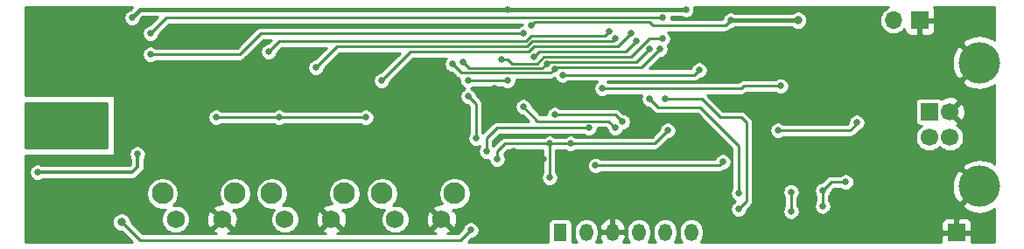
<source format=gbl>
%TF.GenerationSoftware,KiCad,Pcbnew,(5.1.10)-1*%
%TF.CreationDate,2021-09-27T23:39:52+02:00*%
%TF.ProjectId,XX,58582e6b-6963-4616-945f-706362585858,V00*%
%TF.SameCoordinates,Original*%
%TF.FileFunction,Copper,L2,Bot*%
%TF.FilePolarity,Positive*%
%FSLAX46Y46*%
G04 Gerber Fmt 4.6, Leading zero omitted, Abs format (unit mm)*
G04 Created by KiCad (PCBNEW (5.1.10)-1) date 2021-09-27 23:39:52*
%MOMM*%
%LPD*%
G01*
G04 APERTURE LIST*
%TA.AperFunction,ComponentPad*%
%ADD10C,2.100000*%
%TD*%
%TA.AperFunction,ComponentPad*%
%ADD11C,1.750000*%
%TD*%
%TA.AperFunction,ComponentPad*%
%ADD12R,1.300000X1.700000*%
%TD*%
%TA.AperFunction,ComponentPad*%
%ADD13O,1.300000X1.700000*%
%TD*%
%TA.AperFunction,ComponentPad*%
%ADD14R,1.700000X1.700000*%
%TD*%
%TA.AperFunction,ComponentPad*%
%ADD15O,1.700000X1.700000*%
%TD*%
%TA.AperFunction,ComponentPad*%
%ADD16C,1.700000*%
%TD*%
%TA.AperFunction,ComponentPad*%
%ADD17C,4.000000*%
%TD*%
%TA.AperFunction,ViaPad*%
%ADD18C,0.635000*%
%TD*%
%TA.AperFunction,ViaPad*%
%ADD19C,0.812800*%
%TD*%
%TA.AperFunction,ViaPad*%
%ADD20C,0.800000*%
%TD*%
%TA.AperFunction,Conductor*%
%ADD21C,0.254000*%
%TD*%
%TA.AperFunction,Conductor*%
%ADD22C,0.381000*%
%TD*%
%TA.AperFunction,Conductor*%
%ADD23C,0.304800*%
%TD*%
%TA.AperFunction,Conductor*%
%ADD24C,0.250000*%
%TD*%
%TA.AperFunction,Conductor*%
%ADD25C,0.100000*%
%TD*%
G04 APERTURE END LIST*
D10*
%TO.P,SW3,*%
%TO.N,*%
X128570000Y-96290600D03*
D11*
%TO.P,SW3,2*%
%TO.N,Net-(C19-Pad1)*%
X129830000Y-98780600D03*
%TO.P,SW3,1*%
%TO.N,GNDD*%
X134330000Y-98780600D03*
D10*
%TO.P,SW3,*%
%TO.N,*%
X135580000Y-96290600D03*
%TD*%
%TO.P,SW2,*%
%TO.N,*%
X139238000Y-96290600D03*
D11*
%TO.P,SW2,2*%
%TO.N,Net-(C18-Pad1)*%
X140498000Y-98780600D03*
%TO.P,SW2,1*%
%TO.N,GNDD*%
X144998000Y-98780600D03*
D10*
%TO.P,SW2,*%
%TO.N,*%
X146248000Y-96290600D03*
%TD*%
%TO.P,SW1,*%
%TO.N,*%
X118003600Y-96290600D03*
D11*
%TO.P,SW1,2*%
%TO.N,Net-(C17-Pad1)*%
X119263600Y-98780600D03*
%TO.P,SW1,1*%
%TO.N,GNDD*%
X123763600Y-98780600D03*
D10*
%TO.P,SW1,*%
%TO.N,*%
X125013600Y-96290600D03*
%TD*%
D12*
%TO.P,J1,1*%
%TO.N,Net-(J1-Pad1)*%
X156464000Y-100050600D03*
D13*
%TO.P,J1,2*%
%TO.N,+3V3*%
X159004000Y-100050600D03*
%TO.P,J1,3*%
%TO.N,GNDD*%
X161544000Y-100050600D03*
%TO.P,J1,4*%
%TO.N,Net-(J1-Pad4)*%
X164084000Y-100050600D03*
%TO.P,J1,5*%
%TO.N,Net-(J1-Pad5)*%
X166624000Y-100050600D03*
%TO.P,J1,6*%
%TO.N,Net-(J1-Pad6)*%
X169164000Y-100050600D03*
%TD*%
D14*
%TO.P,J5,1*%
%TO.N,GNDD*%
X191262000Y-79502000D03*
D15*
%TO.P,J5,2*%
%TO.N,Net-(F1-Pad2)*%
X188722000Y-79502000D03*
%TD*%
D14*
%TO.P,J4,1*%
%TO.N,Net-(C8-Pad2)*%
X109982000Y-89662000D03*
%TD*%
%TO.P,J3,1*%
%TO.N,GNDD*%
X194818000Y-100076000D03*
%TD*%
%TO.P,J2,1*%
%TO.N,Net-(J2-Pad1)*%
X192176000Y-88350000D03*
D16*
%TO.P,J2,2*%
%TO.N,/D-*%
X192176000Y-90850000D03*
%TO.P,J2,3*%
%TO.N,/D+*%
X194176000Y-90850000D03*
%TO.P,J2,4*%
%TO.N,GNDD*%
X194176000Y-88350000D03*
D17*
%TO.P,J2,5*%
X197036000Y-95600000D03*
X197036000Y-83600000D03*
%TD*%
D18*
%TO.N,GNDD*%
X150164000Y-86106000D03*
X115570000Y-90932000D03*
X105156000Y-85090000D03*
X105156000Y-80772000D03*
X105664000Y-96520000D03*
X108950000Y-98790000D03*
X179070000Y-82296000D03*
X130810000Y-86106000D03*
X164084000Y-97536000D03*
X169418000Y-81026000D03*
X177800000Y-87122000D03*
X172720000Y-87884000D03*
X154825690Y-92964000D03*
X186182000Y-85852000D03*
X159239000Y-87103000D03*
X177292000Y-81788000D03*
X163829997Y-87121997D03*
X180848000Y-85852000D03*
X111252000Y-96266000D03*
X139954000Y-92964000D03*
X152008195Y-92203885D03*
X151130000Y-94996000D03*
%TO.N,/+3V3_USB*%
X181864000Y-97510600D03*
X184086516Y-95161116D03*
X181864000Y-95986600D03*
X178816000Y-96126300D03*
X178816000Y-98018600D03*
D19*
%TO.N,Net-(R15-Pad1)*%
X114046000Y-99060000D03*
D18*
X147828000Y-99822000D03*
%TO.N,/INT1*%
X155956000Y-88646000D03*
X162489000Y-89337008D03*
%TO.N,/PG#*%
X177546000Y-90170000D03*
X185166000Y-89408000D03*
%TO.N,+3V3*%
X123190000Y-88900000D03*
X137668000Y-88900000D03*
X129286000Y-88900000D03*
X155448000Y-94742000D03*
X147548600Y-85318600D03*
X151384000Y-85344000D03*
X151384000Y-78486000D03*
X150368000Y-92964000D03*
X155447988Y-91440000D03*
X166878000Y-90170000D03*
X115061989Y-79247989D03*
X157480000Y-91440000D03*
X168643310Y-78473324D03*
%TO.N,+3.3VA*%
X115570000Y-92456000D03*
X105918000Y-94234000D03*
%TO.N,/IC1*%
X161797996Y-89915996D03*
X152908000Y-87884000D03*
X116840000Y-82804000D03*
X152908000Y-80772000D03*
%TO.N,+BATT*%
X172974000Y-79501994D03*
X153670000Y-80010000D03*
D20*
X179472528Y-79502000D03*
D18*
%TO.N,/AN0*%
X159258000Y-89916000D03*
X149352000Y-92202000D03*
%TO.N,/DN#*%
X128270000Y-82550000D03*
X161188994Y-80618994D03*
%TO.N,/UP#*%
X139192000Y-85344000D03*
X163322000Y-80772000D03*
%TO.N,/OK#*%
X132842000Y-84073994D03*
X161839000Y-81239000D03*
%TO.N,/AN1*%
X172212000Y-93218000D03*
X159889000Y-93577600D03*
%TO.N,Net-(C29-Pad1)*%
X148336000Y-90932000D03*
X147574000Y-86868000D03*
%TO.N,/PSEN#*%
X116840000Y-80772000D03*
X166369986Y-79248000D03*
%TO.N,/MCLR#*%
X156718004Y-84810600D03*
X169926000Y-84328000D03*
%TO.N,/DEN#*%
X153924000Y-83058000D03*
X163830000Y-81534000D03*
%TO.N,/U1RX*%
X166624006Y-87122000D03*
X173736000Y-97790000D03*
%TO.N,/U1TX*%
X173736000Y-96266000D03*
X165100000Y-87122000D03*
%TO.N,/SCL1*%
X166125101Y-82299033D03*
X155956000Y-84186310D03*
X146050000Y-83750867D03*
%TO.N,/SDA1*%
X165089000Y-82307004D03*
X155194000Y-83680310D03*
X147066000Y-83566000D03*
%TO.N,/CH_CPLT#*%
X160528000Y-86106000D03*
X177800000Y-85860165D03*
%TO.N,/RST#*%
X150761690Y-83312000D03*
X166370000Y-81280000D03*
%TD*%
D21*
%TO.N,GNDD*%
X170180000Y-81788000D02*
X169418000Y-81026000D01*
X177241200Y-81788000D02*
X170180000Y-81788000D01*
D22*
X150164000Y-86056000D02*
X150114000Y-86106000D01*
X150164000Y-86056000D02*
X150214000Y-86106000D01*
D21*
X159257997Y-87121997D02*
X159239000Y-87103000D01*
X161544000Y-100050600D02*
X161544000Y-99822000D01*
X180848000Y-84328000D02*
X180848000Y-84074000D01*
%TO.N,/+3V3_USB*%
X178816000Y-98018600D02*
X178816000Y-96126300D01*
X181864000Y-95986600D02*
X182689484Y-95161116D01*
X181864000Y-95986600D02*
X181864000Y-97510600D01*
X182689484Y-95161116D02*
X184086516Y-95161116D01*
%TO.N,Net-(R15-Pad1)*%
X115798600Y-100812600D02*
X146837400Y-100812600D01*
X146837400Y-100812600D02*
X147828000Y-99822000D01*
X114046000Y-99060000D02*
X115798600Y-100812600D01*
%TO.N,/INT1*%
X161797992Y-88646000D02*
X155956000Y-88646000D01*
X162489000Y-89337008D02*
X161797992Y-88646000D01*
%TO.N,/PG#*%
X177546000Y-90170000D02*
X184531000Y-90170000D01*
X184531000Y-90170000D02*
X185166000Y-89535000D01*
%TO.N,+3V3*%
X154152600Y-91440000D02*
X154432000Y-91440000D01*
X163576000Y-91440000D02*
X157480000Y-91440000D01*
X157480000Y-91440000D02*
X155447988Y-91440000D01*
X154432000Y-91440000D02*
X151130000Y-91440000D01*
X151130000Y-91440000D02*
X150368000Y-92202000D01*
X150368000Y-92202000D02*
X150368000Y-92964000D01*
X165608000Y-91440000D02*
X166878000Y-90170000D01*
X163576000Y-91440000D02*
X165608000Y-91440000D01*
X154432000Y-91440000D02*
X155252987Y-91439999D01*
X155252988Y-91440000D02*
X155447988Y-91440000D01*
X151892001Y-91439999D02*
X155252987Y-91439999D01*
X155252987Y-91439999D02*
X155252988Y-91440000D01*
D22*
X151638000Y-78486000D02*
X168630634Y-78486000D01*
X168630634Y-78486000D02*
X168643310Y-78473324D01*
D21*
X158978600Y-100050600D02*
X159004000Y-100050600D01*
X155448000Y-94742000D02*
X155448000Y-91440000D01*
X147548600Y-85344000D02*
X151269700Y-85344000D01*
D22*
X151130000Y-78486000D02*
X115823978Y-78486000D01*
X115823978Y-78486000D02*
X115061989Y-79247989D01*
D21*
X129286000Y-88900000D02*
X123190000Y-88900000D01*
X137668000Y-88900000D02*
X129286000Y-88900000D01*
D23*
%TO.N,+3.3VA*%
X115062000Y-94234000D02*
X115570000Y-93726000D01*
X115570000Y-93726000D02*
X115570000Y-92456000D01*
X105918000Y-94234000D02*
X115062000Y-94234000D01*
D21*
%TO.N,/IC1*%
X127508000Y-80772000D02*
X152908000Y-80772000D01*
X116840000Y-82804000D02*
X125476000Y-82804000D01*
X125476000Y-82804000D02*
X127508000Y-80772000D01*
X161163000Y-89281000D02*
X154305000Y-89281000D01*
X161163000Y-89281000D02*
X161797996Y-89915996D01*
X154305000Y-89281000D02*
X152908000Y-87884000D01*
%TO.N,+BATT*%
X153987499Y-79692501D02*
X153670000Y-80010000D01*
X165131493Y-79692501D02*
X153987499Y-79692501D01*
X172974000Y-79501994D02*
X172478692Y-79997302D01*
X165436294Y-79997302D02*
X165131493Y-79692501D01*
X172478692Y-79997302D02*
X165436294Y-79997302D01*
X153669992Y-80009992D02*
X153670000Y-80010000D01*
X179324000Y-79502000D02*
X179472528Y-79502000D01*
X179298600Y-79476600D02*
X179324000Y-79502000D01*
D22*
X179472522Y-79501994D02*
X179472528Y-79502000D01*
X172974000Y-79501994D02*
X179472522Y-79501994D01*
D21*
X172974000Y-79502000D02*
X172974000Y-79501994D01*
%TO.N,/AN0*%
X149352000Y-90932000D02*
X149352000Y-92202000D01*
X152146000Y-89916000D02*
X150368000Y-89916000D01*
X159258000Y-89916000D02*
X152146000Y-89916000D01*
X150368000Y-89916000D02*
X149352000Y-90932000D01*
X152146000Y-89916000D02*
X150876000Y-89916000D01*
%TO.N,/DN#*%
X128270000Y-82550000D02*
X129286000Y-81534000D01*
X129286000Y-81534000D02*
X153162000Y-81534000D01*
X153670000Y-81026000D02*
X160781988Y-81026000D01*
X160781988Y-81026000D02*
X161188994Y-80618994D01*
X153162000Y-81534000D02*
X153670000Y-81026000D01*
%TO.N,/UP#*%
X162052000Y-82042000D02*
X162179000Y-81915000D01*
X159512000Y-82042000D02*
X159258000Y-82042000D01*
X159258000Y-82042000D02*
X162052000Y-82042000D01*
X162179000Y-81915000D02*
X162306000Y-81788000D01*
D24*
X163004501Y-81089499D02*
X163322000Y-80772000D01*
X162306000Y-81788000D02*
X163004501Y-81089499D01*
D21*
X162306000Y-81788000D02*
X162489000Y-81605000D01*
X153924000Y-82042000D02*
X153416000Y-82550000D01*
X141986000Y-82550000D02*
X139192000Y-85344000D01*
X159258000Y-82042000D02*
X153924000Y-82042000D01*
X153416000Y-82550000D02*
X141986000Y-82550000D01*
%TO.N,/OK#*%
X134873994Y-82042000D02*
X153264672Y-82042000D01*
X132842000Y-84073994D02*
X134873994Y-82042000D01*
X153264672Y-82042000D02*
X153750173Y-81556499D01*
X161521501Y-81556499D02*
X161839000Y-81239000D01*
X153750173Y-81556499D02*
X161521501Y-81556499D01*
%TO.N,/AN1*%
X170793600Y-93577600D02*
X171047586Y-93577600D01*
X170793600Y-93577600D02*
X171852400Y-93577600D01*
X159889000Y-93577600D02*
X170793600Y-93577600D01*
X171852400Y-93577600D02*
X172212000Y-93218000D01*
%TO.N,Net-(C29-Pad1)*%
X147574000Y-86868000D02*
X148336000Y-87630000D01*
X148336000Y-87630000D02*
X148336000Y-90932000D01*
%TO.N,/PSEN#*%
X116840000Y-80772000D02*
X118364000Y-79248000D01*
X118364000Y-79248000D02*
X166369986Y-79248000D01*
%TO.N,/MCLR#*%
X156718004Y-84810600D02*
X169443400Y-84810600D01*
X169443400Y-84810600D02*
X169926000Y-84328000D01*
%TO.N,/DEN#*%
X163830000Y-81534000D02*
X162814000Y-82550000D01*
X162814000Y-82550000D02*
X154432000Y-82550000D01*
X154432000Y-82550000D02*
X153924000Y-83058000D01*
%TO.N,/U1RX*%
X170180000Y-87122000D02*
X166624006Y-87122000D01*
X171958000Y-88900000D02*
X170180000Y-87122000D01*
X174498000Y-97002600D02*
X174498000Y-89408000D01*
X173736000Y-97764600D02*
X174498000Y-97002600D01*
X174498000Y-89408000D02*
X173990000Y-88900000D01*
X173990000Y-88900000D02*
X171958000Y-88900000D01*
%TO.N,/U1TX*%
X173736000Y-96240600D02*
X173736000Y-91694000D01*
X173736000Y-91694000D02*
X169989499Y-87947499D01*
X165925499Y-87947499D02*
X165100000Y-87122000D01*
X169989499Y-87947499D02*
X165925499Y-87947499D01*
D24*
%TO.N,/SCL1*%
X155818290Y-84186310D02*
X155956000Y-84186310D01*
D21*
X146050000Y-83750867D02*
X146881133Y-84582000D01*
X146881133Y-84582000D02*
X155560310Y-84582000D01*
X155560310Y-84582000D02*
X155956000Y-84186310D01*
D24*
X165807602Y-82616532D02*
X166125101Y-82299033D01*
X163626800Y-84074000D02*
X164350134Y-84074000D01*
X164350134Y-84074000D02*
X165807602Y-82616532D01*
X155956000Y-84074000D02*
X163601400Y-84074000D01*
%TO.N,/SDA1*%
X165089000Y-82307004D02*
X163830004Y-83566000D01*
X147637499Y-84137499D02*
X154736811Y-84137499D01*
X154736811Y-84137499D02*
X155194000Y-83680310D01*
X163830004Y-83566000D02*
X155308310Y-83566000D01*
X147066000Y-83566000D02*
X147637499Y-84137499D01*
X155308310Y-83566000D02*
X155194000Y-83680310D01*
D21*
%TO.N,/CH_CPLT#*%
X174244000Y-85852000D02*
X173990000Y-86106000D01*
X177791835Y-85852000D02*
X174244000Y-85852000D01*
X160977012Y-86106000D02*
X160528000Y-86106000D01*
X177800000Y-85860165D02*
X177791835Y-85852000D01*
X173990000Y-86106000D02*
X160977012Y-86106000D01*
%TO.N,/RST#*%
X166370000Y-81280000D02*
X165100000Y-81280000D01*
X165100000Y-81280000D02*
X163322000Y-83058000D01*
X154895304Y-83058000D02*
X154245615Y-83707689D01*
X151779689Y-83707689D02*
X151384000Y-83312000D01*
X163322000Y-83058000D02*
X154895304Y-83058000D01*
X154245615Y-83707689D02*
X151779689Y-83707689D01*
X151384000Y-83312000D02*
X150761690Y-83312000D01*
%TD*%
%TO.N,Net-(C8-Pad2)*%
X112649000Y-91821000D02*
X104775000Y-91821000D01*
X104775000Y-87503000D01*
X112649000Y-87503000D01*
X112649000Y-91821000D01*
%TA.AperFunction,Conductor*%
D25*
G36*
X112649000Y-91821000D02*
G01*
X104775000Y-91821000D01*
X104775000Y-87503000D01*
X112649000Y-87503000D01*
X112649000Y-91821000D01*
G37*
%TD.AperFunction*%
%TD*%
D21*
%TO.N,GNDD*%
X114879542Y-78442608D02*
X114821200Y-78454213D01*
X114670968Y-78516441D01*
X114535764Y-78606781D01*
X114420781Y-78721764D01*
X114330441Y-78856968D01*
X114268213Y-79007200D01*
X114236489Y-79166684D01*
X114236489Y-79329294D01*
X114268213Y-79488778D01*
X114330441Y-79639010D01*
X114420781Y-79774214D01*
X114535764Y-79889197D01*
X114670968Y-79979537D01*
X114821200Y-80041765D01*
X114980684Y-80073489D01*
X115143294Y-80073489D01*
X115302778Y-80041765D01*
X115453010Y-79979537D01*
X115588214Y-79889197D01*
X115703197Y-79774214D01*
X115793537Y-79639010D01*
X115855765Y-79488778D01*
X115867370Y-79430436D01*
X116113306Y-79184500D01*
X117529475Y-79184500D01*
X116767475Y-79946500D01*
X116758695Y-79946500D01*
X116599211Y-79978224D01*
X116448979Y-80040452D01*
X116313775Y-80130792D01*
X116198792Y-80245775D01*
X116108452Y-80380979D01*
X116046224Y-80531211D01*
X116014500Y-80690695D01*
X116014500Y-80853305D01*
X116046224Y-81012789D01*
X116108452Y-81163021D01*
X116198792Y-81298225D01*
X116313775Y-81413208D01*
X116448979Y-81503548D01*
X116599211Y-81565776D01*
X116758695Y-81597500D01*
X116921305Y-81597500D01*
X117080789Y-81565776D01*
X117231021Y-81503548D01*
X117366225Y-81413208D01*
X117481208Y-81298225D01*
X117571548Y-81163021D01*
X117633776Y-81012789D01*
X117665500Y-80853305D01*
X117665500Y-80844525D01*
X118627026Y-79883000D01*
X152853589Y-79883000D01*
X152844500Y-79928695D01*
X152844500Y-79946500D01*
X152826695Y-79946500D01*
X152667211Y-79978224D01*
X152516979Y-80040452D01*
X152381775Y-80130792D01*
X152375567Y-80137000D01*
X127539181Y-80137000D01*
X127508000Y-80133929D01*
X127476819Y-80137000D01*
X127476808Y-80137000D01*
X127383518Y-80146188D01*
X127263820Y-80182498D01*
X127153506Y-80241462D01*
X127104108Y-80282003D01*
X127056815Y-80320815D01*
X127036931Y-80345044D01*
X125212976Y-82169000D01*
X117372433Y-82169000D01*
X117366225Y-82162792D01*
X117231021Y-82072452D01*
X117080789Y-82010224D01*
X116921305Y-81978500D01*
X116758695Y-81978500D01*
X116599211Y-82010224D01*
X116448979Y-82072452D01*
X116313775Y-82162792D01*
X116198792Y-82277775D01*
X116108452Y-82412979D01*
X116046224Y-82563211D01*
X116014500Y-82722695D01*
X116014500Y-82885305D01*
X116046224Y-83044789D01*
X116108452Y-83195021D01*
X116198792Y-83330225D01*
X116313775Y-83445208D01*
X116448979Y-83535548D01*
X116599211Y-83597776D01*
X116758695Y-83629500D01*
X116921305Y-83629500D01*
X117080789Y-83597776D01*
X117231021Y-83535548D01*
X117366225Y-83445208D01*
X117372433Y-83439000D01*
X125444819Y-83439000D01*
X125476000Y-83442071D01*
X125507181Y-83439000D01*
X125507192Y-83439000D01*
X125600482Y-83429812D01*
X125720180Y-83393502D01*
X125830494Y-83334537D01*
X125927185Y-83255185D01*
X125947074Y-83230950D01*
X127771025Y-81407000D01*
X128514975Y-81407000D01*
X128197476Y-81724500D01*
X128188695Y-81724500D01*
X128029211Y-81756224D01*
X127878979Y-81818452D01*
X127743775Y-81908792D01*
X127628792Y-82023775D01*
X127538452Y-82158979D01*
X127476224Y-82309211D01*
X127444500Y-82468695D01*
X127444500Y-82631305D01*
X127476224Y-82790789D01*
X127538452Y-82941021D01*
X127628792Y-83076225D01*
X127743775Y-83191208D01*
X127878979Y-83281548D01*
X128029211Y-83343776D01*
X128188695Y-83375500D01*
X128351305Y-83375500D01*
X128510789Y-83343776D01*
X128661021Y-83281548D01*
X128796225Y-83191208D01*
X128911208Y-83076225D01*
X129001548Y-82941021D01*
X129063776Y-82790789D01*
X129095500Y-82631305D01*
X129095500Y-82622524D01*
X129549025Y-82169000D01*
X133848969Y-82169000D01*
X132769476Y-83248494D01*
X132760695Y-83248494D01*
X132601211Y-83280218D01*
X132450979Y-83342446D01*
X132315775Y-83432786D01*
X132200792Y-83547769D01*
X132110452Y-83682973D01*
X132048224Y-83833205D01*
X132016500Y-83992689D01*
X132016500Y-84155299D01*
X132048224Y-84314783D01*
X132110452Y-84465015D01*
X132200792Y-84600219D01*
X132315775Y-84715202D01*
X132450979Y-84805542D01*
X132601211Y-84867770D01*
X132760695Y-84899494D01*
X132923305Y-84899494D01*
X133082789Y-84867770D01*
X133233021Y-84805542D01*
X133368225Y-84715202D01*
X133483208Y-84600219D01*
X133573548Y-84465015D01*
X133635776Y-84314783D01*
X133667500Y-84155299D01*
X133667500Y-84146518D01*
X135137020Y-82677000D01*
X140960974Y-82677000D01*
X139119476Y-84518500D01*
X139110695Y-84518500D01*
X138951211Y-84550224D01*
X138800979Y-84612452D01*
X138665775Y-84702792D01*
X138550792Y-84817775D01*
X138460452Y-84952979D01*
X138398224Y-85103211D01*
X138366500Y-85262695D01*
X138366500Y-85425305D01*
X138398224Y-85584789D01*
X138460452Y-85735021D01*
X138550792Y-85870225D01*
X138665775Y-85985208D01*
X138800979Y-86075548D01*
X138951211Y-86137776D01*
X139110695Y-86169500D01*
X139273305Y-86169500D01*
X139432789Y-86137776D01*
X139583021Y-86075548D01*
X139718225Y-85985208D01*
X139833208Y-85870225D01*
X139923548Y-85735021D01*
X139985776Y-85584789D01*
X140017500Y-85425305D01*
X140017500Y-85416524D01*
X142249026Y-83185000D01*
X145448434Y-83185000D01*
X145408792Y-83224642D01*
X145318452Y-83359846D01*
X145256224Y-83510078D01*
X145224500Y-83669562D01*
X145224500Y-83832172D01*
X145256224Y-83991656D01*
X145318452Y-84141888D01*
X145408792Y-84277092D01*
X145523775Y-84392075D01*
X145658979Y-84482415D01*
X145809211Y-84544643D01*
X145968695Y-84576367D01*
X145977475Y-84576367D01*
X146410067Y-85008960D01*
X146429948Y-85033185D01*
X146454172Y-85053065D01*
X146454176Y-85053069D01*
X146526639Y-85112538D01*
X146636953Y-85171502D01*
X146730540Y-85199891D01*
X146723100Y-85237295D01*
X146723100Y-85399905D01*
X146754824Y-85559389D01*
X146817052Y-85709621D01*
X146907392Y-85844825D01*
X147022375Y-85959808D01*
X147157579Y-86050148D01*
X147274457Y-86098561D01*
X147182979Y-86136452D01*
X147047775Y-86226792D01*
X146932792Y-86341775D01*
X146842452Y-86476979D01*
X146780224Y-86627211D01*
X146748500Y-86786695D01*
X146748500Y-86949305D01*
X146780224Y-87108789D01*
X146842452Y-87259021D01*
X146932792Y-87394225D01*
X147047775Y-87509208D01*
X147182979Y-87599548D01*
X147333211Y-87661776D01*
X147492695Y-87693500D01*
X147501475Y-87693500D01*
X147701000Y-87893026D01*
X147701001Y-90399566D01*
X147694792Y-90405775D01*
X147604452Y-90540979D01*
X147542224Y-90691211D01*
X147510500Y-90850695D01*
X147510500Y-91013305D01*
X147542224Y-91172789D01*
X147604452Y-91323021D01*
X147694792Y-91458225D01*
X147809775Y-91573208D01*
X147944979Y-91663548D01*
X148095211Y-91725776D01*
X148254695Y-91757500D01*
X148417305Y-91757500D01*
X148576789Y-91725776D01*
X148717001Y-91667699D01*
X148717001Y-91669566D01*
X148710792Y-91675775D01*
X148620452Y-91810979D01*
X148558224Y-91961211D01*
X148526500Y-92120695D01*
X148526500Y-92283305D01*
X148558224Y-92442789D01*
X148620452Y-92593021D01*
X148710792Y-92728225D01*
X148825775Y-92843208D01*
X148960979Y-92933548D01*
X149111211Y-92995776D01*
X149270695Y-93027500D01*
X149433305Y-93027500D01*
X149542500Y-93005779D01*
X149542500Y-93045305D01*
X149574224Y-93204789D01*
X149636452Y-93355021D01*
X149726792Y-93490225D01*
X149841775Y-93605208D01*
X149976979Y-93695548D01*
X150127211Y-93757776D01*
X150286695Y-93789500D01*
X150449305Y-93789500D01*
X150608789Y-93757776D01*
X150759021Y-93695548D01*
X150894225Y-93605208D01*
X151009208Y-93490225D01*
X151099548Y-93355021D01*
X151161776Y-93204789D01*
X151193500Y-93045305D01*
X151193500Y-92882695D01*
X151161776Y-92723211D01*
X151099548Y-92572979D01*
X151017636Y-92450389D01*
X151393025Y-92075000D01*
X154463193Y-92075000D01*
X154813001Y-92074999D01*
X154813000Y-94209567D01*
X154806792Y-94215775D01*
X154716452Y-94350979D01*
X154654224Y-94501211D01*
X154622500Y-94660695D01*
X154622500Y-94823305D01*
X154654224Y-94982789D01*
X154716452Y-95133021D01*
X154806792Y-95268225D01*
X154921775Y-95383208D01*
X155056979Y-95473548D01*
X155207211Y-95535776D01*
X155366695Y-95567500D01*
X155529305Y-95567500D01*
X155688789Y-95535776D01*
X155839021Y-95473548D01*
X155974225Y-95383208D01*
X156089208Y-95268225D01*
X156179548Y-95133021D01*
X156241776Y-94982789D01*
X156273500Y-94823305D01*
X156273500Y-94660695D01*
X156241776Y-94501211D01*
X156179548Y-94350979D01*
X156089208Y-94215775D01*
X156083000Y-94209567D01*
X156083000Y-93496295D01*
X159063500Y-93496295D01*
X159063500Y-93658905D01*
X159095224Y-93818389D01*
X159157452Y-93968621D01*
X159247792Y-94103825D01*
X159362775Y-94218808D01*
X159497979Y-94309148D01*
X159648211Y-94371376D01*
X159807695Y-94403100D01*
X159970305Y-94403100D01*
X160129789Y-94371376D01*
X160280021Y-94309148D01*
X160415225Y-94218808D01*
X160421433Y-94212600D01*
X171821219Y-94212600D01*
X171852400Y-94215671D01*
X171883581Y-94212600D01*
X171883592Y-94212600D01*
X171976882Y-94203412D01*
X172096580Y-94167102D01*
X172206894Y-94108137D01*
X172285655Y-94043500D01*
X172293305Y-94043500D01*
X172452789Y-94011776D01*
X172603021Y-93949548D01*
X172738225Y-93859208D01*
X172853208Y-93744225D01*
X172943548Y-93609021D01*
X173005776Y-93458789D01*
X173037500Y-93299305D01*
X173037500Y-93136695D01*
X173005776Y-92977211D01*
X172943548Y-92826979D01*
X172853208Y-92691775D01*
X172738225Y-92576792D01*
X172603021Y-92486452D01*
X172452789Y-92424224D01*
X172293305Y-92392500D01*
X172130695Y-92392500D01*
X171971211Y-92424224D01*
X171820979Y-92486452D01*
X171685775Y-92576792D01*
X171570792Y-92691775D01*
X171480452Y-92826979D01*
X171432560Y-92942600D01*
X160421433Y-92942600D01*
X160415225Y-92936392D01*
X160280021Y-92846052D01*
X160129789Y-92783824D01*
X159970305Y-92752100D01*
X159807695Y-92752100D01*
X159648211Y-92783824D01*
X159497979Y-92846052D01*
X159362775Y-92936392D01*
X159247792Y-93051375D01*
X159157452Y-93186579D01*
X159095224Y-93336811D01*
X159063500Y-93496295D01*
X156083000Y-93496295D01*
X156083000Y-92075000D01*
X156947567Y-92075000D01*
X156953775Y-92081208D01*
X157088979Y-92171548D01*
X157239211Y-92233776D01*
X157398695Y-92265500D01*
X157561305Y-92265500D01*
X157720789Y-92233776D01*
X157871021Y-92171548D01*
X158006225Y-92081208D01*
X158012433Y-92075000D01*
X165576819Y-92075000D01*
X165608000Y-92078071D01*
X165639181Y-92075000D01*
X165639192Y-92075000D01*
X165732482Y-92065812D01*
X165852180Y-92029502D01*
X165962494Y-91970537D01*
X166059185Y-91891185D01*
X166079074Y-91866950D01*
X166950525Y-90995500D01*
X166959305Y-90995500D01*
X167118789Y-90963776D01*
X167269021Y-90901548D01*
X167404225Y-90811208D01*
X167519208Y-90696225D01*
X167609548Y-90561021D01*
X167671776Y-90410789D01*
X167703500Y-90251305D01*
X167703500Y-90088695D01*
X167671776Y-89929211D01*
X167609548Y-89778979D01*
X167519208Y-89643775D01*
X167404225Y-89528792D01*
X167269021Y-89438452D01*
X167118789Y-89376224D01*
X166959305Y-89344500D01*
X166796695Y-89344500D01*
X166637211Y-89376224D01*
X166486979Y-89438452D01*
X166351775Y-89528792D01*
X166236792Y-89643775D01*
X166146452Y-89778979D01*
X166084224Y-89929211D01*
X166052500Y-90088695D01*
X166052500Y-90097475D01*
X165344976Y-90805000D01*
X158012433Y-90805000D01*
X158006225Y-90798792D01*
X157871021Y-90708452D01*
X157720789Y-90646224D01*
X157561305Y-90614500D01*
X157398695Y-90614500D01*
X157239211Y-90646224D01*
X157088979Y-90708452D01*
X156953775Y-90798792D01*
X156947567Y-90805000D01*
X155980421Y-90805000D01*
X155974213Y-90798792D01*
X155839009Y-90708452D01*
X155688777Y-90646224D01*
X155529293Y-90614500D01*
X155366683Y-90614500D01*
X155207199Y-90646224D01*
X155056967Y-90708452D01*
X154921763Y-90798792D01*
X154915556Y-90804999D01*
X151860809Y-90804999D01*
X151860799Y-90805000D01*
X151161189Y-90805000D01*
X151130000Y-90801928D01*
X151098811Y-90805000D01*
X151098808Y-90805000D01*
X151005518Y-90814188D01*
X150885823Y-90850497D01*
X150885820Y-90850498D01*
X150775506Y-90909462D01*
X150703043Y-90968931D01*
X150703039Y-90968935D01*
X150678815Y-90988815D01*
X150658934Y-91013040D01*
X149994407Y-91677569D01*
X149993208Y-91675775D01*
X149987000Y-91669567D01*
X149987000Y-91195024D01*
X150631025Y-90551000D01*
X158725567Y-90551000D01*
X158731775Y-90557208D01*
X158866979Y-90647548D01*
X159017211Y-90709776D01*
X159176695Y-90741500D01*
X159339305Y-90741500D01*
X159498789Y-90709776D01*
X159649021Y-90647548D01*
X159784225Y-90557208D01*
X159899208Y-90442225D01*
X159989548Y-90307021D01*
X160051776Y-90156789D01*
X160083500Y-89997305D01*
X160083500Y-89916000D01*
X160899976Y-89916000D01*
X160972496Y-89988520D01*
X160972496Y-89997301D01*
X161004220Y-90156785D01*
X161066448Y-90307017D01*
X161156788Y-90442221D01*
X161271771Y-90557204D01*
X161406975Y-90647544D01*
X161557207Y-90709772D01*
X161716691Y-90741496D01*
X161879301Y-90741496D01*
X162038785Y-90709772D01*
X162189017Y-90647544D01*
X162324221Y-90557204D01*
X162439204Y-90442221D01*
X162529544Y-90307017D01*
X162591116Y-90158368D01*
X162729789Y-90130784D01*
X162880021Y-90068556D01*
X163015225Y-89978216D01*
X163130208Y-89863233D01*
X163220548Y-89728029D01*
X163282776Y-89577797D01*
X163314500Y-89418313D01*
X163314500Y-89255703D01*
X163282776Y-89096219D01*
X163220548Y-88945987D01*
X163130208Y-88810783D01*
X163015225Y-88695800D01*
X162880021Y-88605460D01*
X162729789Y-88543232D01*
X162570305Y-88511508D01*
X162561524Y-88511508D01*
X162269066Y-88219050D01*
X162249177Y-88194815D01*
X162152486Y-88115463D01*
X162042172Y-88056498D01*
X161922474Y-88020188D01*
X161829184Y-88011000D01*
X161829173Y-88011000D01*
X161797992Y-88007929D01*
X161766811Y-88011000D01*
X156488433Y-88011000D01*
X156482225Y-88004792D01*
X156347021Y-87914452D01*
X156196789Y-87852224D01*
X156037305Y-87820500D01*
X155874695Y-87820500D01*
X155715211Y-87852224D01*
X155564979Y-87914452D01*
X155429775Y-88004792D01*
X155314792Y-88119775D01*
X155224452Y-88254979D01*
X155162224Y-88405211D01*
X155130500Y-88564695D01*
X155130500Y-88646000D01*
X154568025Y-88646000D01*
X153733500Y-87811476D01*
X153733500Y-87802695D01*
X153701776Y-87643211D01*
X153639548Y-87492979D01*
X153549208Y-87357775D01*
X153434225Y-87242792D01*
X153299021Y-87152452D01*
X153148789Y-87090224D01*
X152989305Y-87058500D01*
X152826695Y-87058500D01*
X152667211Y-87090224D01*
X152516979Y-87152452D01*
X152381775Y-87242792D01*
X152266792Y-87357775D01*
X152176452Y-87492979D01*
X152114224Y-87643211D01*
X152082500Y-87802695D01*
X152082500Y-87965305D01*
X152114224Y-88124789D01*
X152176452Y-88275021D01*
X152266792Y-88410225D01*
X152381775Y-88525208D01*
X152516979Y-88615548D01*
X152667211Y-88677776D01*
X152826695Y-88709500D01*
X152835476Y-88709500D01*
X153406975Y-89281000D01*
X150399181Y-89281000D01*
X150368000Y-89277929D01*
X150336819Y-89281000D01*
X150336808Y-89281000D01*
X150243518Y-89290188D01*
X150123820Y-89326498D01*
X150013506Y-89385463D01*
X149916815Y-89464815D01*
X149896930Y-89489045D01*
X148978407Y-90407569D01*
X148977208Y-90405775D01*
X148971000Y-90399567D01*
X148971000Y-87661189D01*
X148974072Y-87630000D01*
X148971000Y-87598808D01*
X148961812Y-87505518D01*
X148925502Y-87385820D01*
X148915004Y-87366180D01*
X148866538Y-87275506D01*
X148807069Y-87203043D01*
X148807065Y-87203039D01*
X148787185Y-87178815D01*
X148762961Y-87158935D01*
X148399500Y-86795475D01*
X148399500Y-86786695D01*
X148367776Y-86627211D01*
X148305548Y-86476979D01*
X148215208Y-86341775D01*
X148100225Y-86226792D01*
X147965021Y-86136452D01*
X147848143Y-86088039D01*
X147939621Y-86050148D01*
X148046102Y-85979000D01*
X150851567Y-85979000D01*
X150857775Y-85985208D01*
X150992979Y-86075548D01*
X151143211Y-86137776D01*
X151302695Y-86169500D01*
X151465305Y-86169500D01*
X151624789Y-86137776D01*
X151775021Y-86075548D01*
X151910225Y-85985208D01*
X152025208Y-85870225D01*
X152115548Y-85735021D01*
X152177776Y-85584789D01*
X152209500Y-85425305D01*
X152209500Y-85262695D01*
X152200411Y-85217000D01*
X155529129Y-85217000D01*
X155560310Y-85220071D01*
X155591491Y-85217000D01*
X155591502Y-85217000D01*
X155684792Y-85207812D01*
X155804490Y-85171502D01*
X155914804Y-85112537D01*
X155940740Y-85091252D01*
X155986456Y-85201621D01*
X156076796Y-85336825D01*
X156191779Y-85451808D01*
X156326983Y-85542148D01*
X156477215Y-85604376D01*
X156636699Y-85636100D01*
X156799309Y-85636100D01*
X156958793Y-85604376D01*
X157109025Y-85542148D01*
X157244229Y-85451808D01*
X157250437Y-85445600D01*
X160030498Y-85445600D01*
X160001775Y-85464792D01*
X159886792Y-85579775D01*
X159796452Y-85714979D01*
X159734224Y-85865211D01*
X159702500Y-86024695D01*
X159702500Y-86187305D01*
X159734224Y-86346789D01*
X159796452Y-86497021D01*
X159886792Y-86632225D01*
X160001775Y-86747208D01*
X160136979Y-86837548D01*
X160287211Y-86899776D01*
X160446695Y-86931500D01*
X160609305Y-86931500D01*
X160768789Y-86899776D01*
X160919021Y-86837548D01*
X161054225Y-86747208D01*
X161060433Y-86741000D01*
X164364301Y-86741000D01*
X164306224Y-86881211D01*
X164274500Y-87040695D01*
X164274500Y-87203305D01*
X164306224Y-87362789D01*
X164368452Y-87513021D01*
X164458792Y-87648225D01*
X164573775Y-87763208D01*
X164708979Y-87853548D01*
X164859211Y-87915776D01*
X165018695Y-87947500D01*
X165027476Y-87947500D01*
X165454429Y-88374454D01*
X165474314Y-88398684D01*
X165517023Y-88433734D01*
X165571005Y-88478037D01*
X165659256Y-88525208D01*
X165681319Y-88537001D01*
X165801017Y-88573311D01*
X165894307Y-88582499D01*
X165894310Y-88582499D01*
X165925499Y-88585571D01*
X165956688Y-88582499D01*
X169726475Y-88582499D01*
X173101001Y-91957027D01*
X173101000Y-95733567D01*
X173094792Y-95739775D01*
X173004452Y-95874979D01*
X172942224Y-96025211D01*
X172910500Y-96184695D01*
X172910500Y-96347305D01*
X172942224Y-96506789D01*
X173004452Y-96657021D01*
X173094792Y-96792225D01*
X173209775Y-96907208D01*
X173344979Y-96997548D01*
X173418497Y-97028000D01*
X173344979Y-97058452D01*
X173209775Y-97148792D01*
X173094792Y-97263775D01*
X173004452Y-97398979D01*
X172942224Y-97549211D01*
X172910500Y-97708695D01*
X172910500Y-97871305D01*
X172942224Y-98030789D01*
X173004452Y-98181021D01*
X173094792Y-98316225D01*
X173209775Y-98431208D01*
X173344979Y-98521548D01*
X173495211Y-98583776D01*
X173654695Y-98615500D01*
X173817305Y-98615500D01*
X173976789Y-98583776D01*
X174127021Y-98521548D01*
X174262225Y-98431208D01*
X174377208Y-98316225D01*
X174467548Y-98181021D01*
X174529776Y-98030789D01*
X174561500Y-97871305D01*
X174561500Y-97837125D01*
X174924961Y-97473665D01*
X174949185Y-97453785D01*
X174969065Y-97429561D01*
X174969069Y-97429557D01*
X175028538Y-97357094D01*
X175087502Y-97246780D01*
X175094162Y-97224824D01*
X175123812Y-97127082D01*
X175133000Y-97033792D01*
X175133000Y-97033789D01*
X175136072Y-97002600D01*
X175133000Y-96971411D01*
X175133000Y-96044995D01*
X177990500Y-96044995D01*
X177990500Y-96207605D01*
X178022224Y-96367089D01*
X178084452Y-96517321D01*
X178174792Y-96652525D01*
X178181001Y-96658734D01*
X178181000Y-97486167D01*
X178174792Y-97492375D01*
X178084452Y-97627579D01*
X178022224Y-97777811D01*
X177990500Y-97937295D01*
X177990500Y-98099905D01*
X178022224Y-98259389D01*
X178084452Y-98409621D01*
X178174792Y-98544825D01*
X178289775Y-98659808D01*
X178424979Y-98750148D01*
X178575211Y-98812376D01*
X178734695Y-98844100D01*
X178897305Y-98844100D01*
X179056789Y-98812376D01*
X179207021Y-98750148D01*
X179342225Y-98659808D01*
X179457208Y-98544825D01*
X179547548Y-98409621D01*
X179609776Y-98259389D01*
X179641500Y-98099905D01*
X179641500Y-97937295D01*
X179609776Y-97777811D01*
X179547548Y-97627579D01*
X179457208Y-97492375D01*
X179451000Y-97486167D01*
X179451000Y-96658733D01*
X179457208Y-96652525D01*
X179547548Y-96517321D01*
X179609776Y-96367089D01*
X179641500Y-96207605D01*
X179641500Y-96044995D01*
X179613712Y-95905295D01*
X181038500Y-95905295D01*
X181038500Y-96067905D01*
X181070224Y-96227389D01*
X181132452Y-96377621D01*
X181222792Y-96512825D01*
X181229000Y-96519033D01*
X181229001Y-96978166D01*
X181222792Y-96984375D01*
X181132452Y-97119579D01*
X181070224Y-97269811D01*
X181038500Y-97429295D01*
X181038500Y-97591905D01*
X181070224Y-97751389D01*
X181132452Y-97901621D01*
X181222792Y-98036825D01*
X181337775Y-98151808D01*
X181472979Y-98242148D01*
X181623211Y-98304376D01*
X181782695Y-98336100D01*
X181945305Y-98336100D01*
X182104789Y-98304376D01*
X182255021Y-98242148D01*
X182390225Y-98151808D01*
X182505208Y-98036825D01*
X182595548Y-97901621D01*
X182657776Y-97751389D01*
X182689500Y-97591905D01*
X182689500Y-97429295D01*
X182657776Y-97269811D01*
X182595548Y-97119579D01*
X182505208Y-96984375D01*
X182499000Y-96978167D01*
X182499000Y-96519033D01*
X182505208Y-96512825D01*
X182595548Y-96377621D01*
X182657776Y-96227389D01*
X182689500Y-96067905D01*
X182689500Y-96059125D01*
X182952510Y-95796116D01*
X183554083Y-95796116D01*
X183560291Y-95802324D01*
X183695495Y-95892664D01*
X183845727Y-95954892D01*
X184005211Y-95986616D01*
X184167821Y-95986616D01*
X184327305Y-95954892D01*
X184477537Y-95892664D01*
X184612741Y-95802324D01*
X184727724Y-95687341D01*
X184770667Y-95623071D01*
X194388352Y-95623071D01*
X194443727Y-96139159D01*
X194598721Y-96634526D01*
X194821742Y-97051772D01*
X195188501Y-97267894D01*
X196856395Y-95600000D01*
X195188501Y-93932106D01*
X194821742Y-94148228D01*
X194581062Y-94608105D01*
X194434725Y-95106098D01*
X194388352Y-95623071D01*
X184770667Y-95623071D01*
X184818064Y-95552137D01*
X184880292Y-95401905D01*
X184912016Y-95242421D01*
X184912016Y-95079811D01*
X184880292Y-94920327D01*
X184818064Y-94770095D01*
X184727724Y-94634891D01*
X184612741Y-94519908D01*
X184477537Y-94429568D01*
X184327305Y-94367340D01*
X184167821Y-94335616D01*
X184005211Y-94335616D01*
X183845727Y-94367340D01*
X183695495Y-94429568D01*
X183560291Y-94519908D01*
X183554083Y-94526116D01*
X182720673Y-94526116D01*
X182689484Y-94523044D01*
X182658295Y-94526116D01*
X182658292Y-94526116D01*
X182565002Y-94535304D01*
X182445304Y-94571614D01*
X182334990Y-94630578D01*
X182262527Y-94690047D01*
X182262523Y-94690051D01*
X182238299Y-94709931D01*
X182218418Y-94734156D01*
X181791475Y-95161100D01*
X181782695Y-95161100D01*
X181623211Y-95192824D01*
X181472979Y-95255052D01*
X181337775Y-95345392D01*
X181222792Y-95460375D01*
X181132452Y-95595579D01*
X181070224Y-95745811D01*
X181038500Y-95905295D01*
X179613712Y-95905295D01*
X179609776Y-95885511D01*
X179547548Y-95735279D01*
X179457208Y-95600075D01*
X179342225Y-95485092D01*
X179207021Y-95394752D01*
X179056789Y-95332524D01*
X178897305Y-95300800D01*
X178734695Y-95300800D01*
X178575211Y-95332524D01*
X178424979Y-95394752D01*
X178289775Y-95485092D01*
X178174792Y-95600075D01*
X178084452Y-95735279D01*
X178022224Y-95885511D01*
X177990500Y-96044995D01*
X175133000Y-96044995D01*
X175133000Y-90088695D01*
X176720500Y-90088695D01*
X176720500Y-90251305D01*
X176752224Y-90410789D01*
X176814452Y-90561021D01*
X176904792Y-90696225D01*
X177019775Y-90811208D01*
X177154979Y-90901548D01*
X177305211Y-90963776D01*
X177464695Y-90995500D01*
X177627305Y-90995500D01*
X177786789Y-90963776D01*
X177937021Y-90901548D01*
X178072225Y-90811208D01*
X178078433Y-90805000D01*
X184499819Y-90805000D01*
X184531000Y-90808071D01*
X184562181Y-90805000D01*
X184562192Y-90805000D01*
X184655482Y-90795812D01*
X184775180Y-90759502D01*
X184885494Y-90700537D01*
X184982185Y-90621185D01*
X185002074Y-90596950D01*
X185394880Y-90204145D01*
X185406789Y-90201776D01*
X185557021Y-90139548D01*
X185692225Y-90049208D01*
X185807208Y-89934225D01*
X185897548Y-89799021D01*
X185959776Y-89648789D01*
X185991500Y-89489305D01*
X185991500Y-89326695D01*
X185959776Y-89167211D01*
X185897548Y-89016979D01*
X185807208Y-88881775D01*
X185692225Y-88766792D01*
X185557021Y-88676452D01*
X185406789Y-88614224D01*
X185247305Y-88582500D01*
X185084695Y-88582500D01*
X184925211Y-88614224D01*
X184774979Y-88676452D01*
X184639775Y-88766792D01*
X184524792Y-88881775D01*
X184434452Y-89016979D01*
X184372224Y-89167211D01*
X184340500Y-89326695D01*
X184340500Y-89462475D01*
X184267975Y-89535000D01*
X178078433Y-89535000D01*
X178072225Y-89528792D01*
X177937021Y-89438452D01*
X177786789Y-89376224D01*
X177627305Y-89344500D01*
X177464695Y-89344500D01*
X177305211Y-89376224D01*
X177154979Y-89438452D01*
X177019775Y-89528792D01*
X176904792Y-89643775D01*
X176814452Y-89778979D01*
X176752224Y-89929211D01*
X176720500Y-90088695D01*
X175133000Y-90088695D01*
X175133000Y-89439180D01*
X175136071Y-89407999D01*
X175133000Y-89376818D01*
X175133000Y-89376808D01*
X175123812Y-89283518D01*
X175087502Y-89163820D01*
X175044738Y-89083815D01*
X175028537Y-89053505D01*
X174969068Y-88981042D01*
X174969065Y-88981039D01*
X174949185Y-88956815D01*
X174924960Y-88936934D01*
X174461074Y-88473050D01*
X174441185Y-88448815D01*
X174344494Y-88369463D01*
X174234180Y-88310498D01*
X174114482Y-88274188D01*
X174021192Y-88265000D01*
X174021181Y-88265000D01*
X173990000Y-88261929D01*
X173958819Y-88265000D01*
X172221026Y-88265000D01*
X171456025Y-87500000D01*
X190815543Y-87500000D01*
X190815543Y-89200000D01*
X190825351Y-89299585D01*
X190854399Y-89395343D01*
X190901571Y-89483595D01*
X190965052Y-89560948D01*
X191042405Y-89624429D01*
X191130657Y-89671601D01*
X191226415Y-89700649D01*
X191326000Y-89710457D01*
X191437111Y-89710457D01*
X191310325Y-89795172D01*
X191121172Y-89984325D01*
X190972556Y-90206746D01*
X190870187Y-90453886D01*
X190818000Y-90716249D01*
X190818000Y-90983751D01*
X190870187Y-91246114D01*
X190972556Y-91493254D01*
X191121172Y-91715675D01*
X191310325Y-91904828D01*
X191532746Y-92053444D01*
X191779886Y-92155813D01*
X192042249Y-92208000D01*
X192309751Y-92208000D01*
X192572114Y-92155813D01*
X192819254Y-92053444D01*
X193041675Y-91904828D01*
X193176000Y-91770503D01*
X193310325Y-91904828D01*
X193532746Y-92053444D01*
X193779886Y-92155813D01*
X194042249Y-92208000D01*
X194309751Y-92208000D01*
X194572114Y-92155813D01*
X194819254Y-92053444D01*
X195041675Y-91904828D01*
X195230828Y-91715675D01*
X195379444Y-91493254D01*
X195481813Y-91246114D01*
X195534000Y-90983751D01*
X195534000Y-90716249D01*
X195481813Y-90453886D01*
X195379444Y-90206746D01*
X195230828Y-89984325D01*
X195041675Y-89795172D01*
X194860230Y-89673935D01*
X194947157Y-89627472D01*
X195024792Y-89378397D01*
X194176000Y-88529605D01*
X194161858Y-88543748D01*
X193982253Y-88364143D01*
X193996395Y-88350000D01*
X194355605Y-88350000D01*
X195204397Y-89198792D01*
X195453472Y-89121157D01*
X195579371Y-88857117D01*
X195651339Y-88573589D01*
X195666611Y-88281469D01*
X195624599Y-87991981D01*
X195526919Y-87716253D01*
X195453472Y-87578843D01*
X195204397Y-87501208D01*
X194355605Y-88350000D01*
X193996395Y-88350000D01*
X193982253Y-88335858D01*
X194161858Y-88156253D01*
X194176000Y-88170395D01*
X195024792Y-87321603D01*
X194947157Y-87072528D01*
X194683117Y-86946629D01*
X194399589Y-86874661D01*
X194107469Y-86859389D01*
X193817981Y-86901401D01*
X193542253Y-86999081D01*
X193404843Y-87072528D01*
X193384686Y-87137196D01*
X193309595Y-87075571D01*
X193221343Y-87028399D01*
X193125585Y-86999351D01*
X193026000Y-86989543D01*
X191326000Y-86989543D01*
X191226415Y-86999351D01*
X191130657Y-87028399D01*
X191042405Y-87075571D01*
X190965052Y-87139052D01*
X190901571Y-87216405D01*
X190854399Y-87304657D01*
X190825351Y-87400415D01*
X190815543Y-87500000D01*
X171456025Y-87500000D01*
X170697024Y-86741000D01*
X173958819Y-86741000D01*
X173990000Y-86744071D01*
X174021181Y-86741000D01*
X174021192Y-86741000D01*
X174114482Y-86731812D01*
X174234180Y-86695502D01*
X174344494Y-86636537D01*
X174441185Y-86557185D01*
X174461074Y-86532950D01*
X174507024Y-86487000D01*
X177259402Y-86487000D01*
X177273775Y-86501373D01*
X177408979Y-86591713D01*
X177559211Y-86653941D01*
X177718695Y-86685665D01*
X177881305Y-86685665D01*
X178040789Y-86653941D01*
X178191021Y-86591713D01*
X178326225Y-86501373D01*
X178441208Y-86386390D01*
X178531548Y-86251186D01*
X178593776Y-86100954D01*
X178625500Y-85941470D01*
X178625500Y-85778860D01*
X178593776Y-85619376D01*
X178531548Y-85469144D01*
X178441208Y-85333940D01*
X178326225Y-85218957D01*
X178191021Y-85128617D01*
X178040789Y-85066389D01*
X177881305Y-85034665D01*
X177718695Y-85034665D01*
X177559211Y-85066389D01*
X177408979Y-85128617D01*
X177276704Y-85217000D01*
X174275180Y-85217000D01*
X174243999Y-85213929D01*
X174212818Y-85217000D01*
X174212808Y-85217000D01*
X174119518Y-85226188D01*
X173999820Y-85262498D01*
X173889506Y-85321463D01*
X173792815Y-85400815D01*
X173772926Y-85425050D01*
X173726976Y-85471000D01*
X161060433Y-85471000D01*
X161054225Y-85464792D01*
X161025502Y-85445600D01*
X169412219Y-85445600D01*
X169443400Y-85448671D01*
X169474581Y-85445600D01*
X169474592Y-85445600D01*
X169567882Y-85436412D01*
X169687580Y-85400102D01*
X169797894Y-85341137D01*
X169894585Y-85261785D01*
X169914474Y-85237550D01*
X169998524Y-85153500D01*
X170007305Y-85153500D01*
X170166789Y-85121776D01*
X170317021Y-85059548D01*
X170452225Y-84969208D01*
X170567208Y-84854225D01*
X170657548Y-84719021D01*
X170719776Y-84568789D01*
X170751500Y-84409305D01*
X170751500Y-84246695D01*
X170719776Y-84087211D01*
X170657548Y-83936979D01*
X170567208Y-83801775D01*
X170452225Y-83686792D01*
X170356860Y-83623071D01*
X194388352Y-83623071D01*
X194443727Y-84139159D01*
X194598721Y-84634526D01*
X194821742Y-85051772D01*
X195188501Y-85267894D01*
X196856395Y-83600000D01*
X195188501Y-81932106D01*
X194821742Y-82148228D01*
X194581062Y-82608105D01*
X194434725Y-83106098D01*
X194388352Y-83623071D01*
X170356860Y-83623071D01*
X170317021Y-83596452D01*
X170166789Y-83534224D01*
X170007305Y-83502500D01*
X169844695Y-83502500D01*
X169685211Y-83534224D01*
X169534979Y-83596452D01*
X169399775Y-83686792D01*
X169284792Y-83801775D01*
X169194452Y-83936979D01*
X169132224Y-84087211D01*
X169114642Y-84175600D01*
X165143731Y-84175600D01*
X166194799Y-83124533D01*
X166206406Y-83124533D01*
X166365890Y-83092809D01*
X166516122Y-83030581D01*
X166651326Y-82940241D01*
X166766309Y-82825258D01*
X166856649Y-82690054D01*
X166918877Y-82539822D01*
X166950601Y-82380338D01*
X166950601Y-82217728D01*
X166918877Y-82058244D01*
X166869509Y-81939059D01*
X166896225Y-81921208D01*
X167011208Y-81806225D01*
X167101548Y-81671021D01*
X167163776Y-81520789D01*
X167195500Y-81361305D01*
X167195500Y-81198695D01*
X167163776Y-81039211D01*
X167101548Y-80888979D01*
X167011208Y-80753775D01*
X166896225Y-80638792D01*
X166886512Y-80632302D01*
X172447511Y-80632302D01*
X172478692Y-80635373D01*
X172509873Y-80632302D01*
X172509884Y-80632302D01*
X172603174Y-80623114D01*
X172722872Y-80586804D01*
X172833186Y-80527839D01*
X172929877Y-80448487D01*
X172949766Y-80424252D01*
X173046524Y-80327494D01*
X173055305Y-80327494D01*
X173214789Y-80295770D01*
X173365021Y-80233542D01*
X173414481Y-80200494D01*
X178886917Y-80200494D01*
X178893712Y-80207289D01*
X179042429Y-80306659D01*
X179207674Y-80375106D01*
X179383098Y-80410000D01*
X179561958Y-80410000D01*
X179737382Y-80375106D01*
X179902627Y-80306659D01*
X180051344Y-80207289D01*
X180177817Y-80080816D01*
X180277187Y-79932099D01*
X180345634Y-79766854D01*
X180380528Y-79591430D01*
X180380528Y-79412570D01*
X180345634Y-79237146D01*
X180277187Y-79071901D01*
X180177817Y-78923184D01*
X180051344Y-78796711D01*
X179902627Y-78697341D01*
X179737382Y-78628894D01*
X179561958Y-78594000D01*
X179383098Y-78594000D01*
X179207674Y-78628894D01*
X179042429Y-78697341D01*
X178893712Y-78796711D01*
X178886929Y-78803494D01*
X173414481Y-78803494D01*
X173365021Y-78770446D01*
X173214789Y-78708218D01*
X173055305Y-78676494D01*
X172892695Y-78676494D01*
X172733211Y-78708218D01*
X172582979Y-78770446D01*
X172447775Y-78860786D01*
X172332792Y-78975769D01*
X172242452Y-79110973D01*
X172180224Y-79261205D01*
X172160114Y-79362302D01*
X167188922Y-79362302D01*
X167195486Y-79329305D01*
X167195486Y-79184500D01*
X168221800Y-79184500D01*
X168252289Y-79204872D01*
X168402521Y-79267100D01*
X168562005Y-79298824D01*
X168724615Y-79298824D01*
X168884099Y-79267100D01*
X169034331Y-79204872D01*
X169169535Y-79114532D01*
X169284518Y-78999549D01*
X169374858Y-78864345D01*
X169437086Y-78714113D01*
X169468810Y-78554629D01*
X169468810Y-78392019D01*
X169437576Y-78235000D01*
X188232183Y-78235000D01*
X188078746Y-78298556D01*
X187856325Y-78447172D01*
X187667172Y-78636325D01*
X187518556Y-78858746D01*
X187416187Y-79105886D01*
X187364000Y-79368249D01*
X187364000Y-79635751D01*
X187416187Y-79898114D01*
X187518556Y-80145254D01*
X187667172Y-80367675D01*
X187856325Y-80556828D01*
X188078746Y-80705444D01*
X188325886Y-80807813D01*
X188588249Y-80860000D01*
X188855751Y-80860000D01*
X189118114Y-80807813D01*
X189365254Y-80705444D01*
X189587675Y-80556828D01*
X189775593Y-80368910D01*
X189786188Y-80476482D01*
X189822498Y-80596180D01*
X189881463Y-80706494D01*
X189960815Y-80803185D01*
X190057506Y-80882537D01*
X190167820Y-80941502D01*
X190287518Y-80977812D01*
X190412000Y-80990072D01*
X190976250Y-80987000D01*
X191135000Y-80828250D01*
X191135000Y-79629000D01*
X191389000Y-79629000D01*
X191389000Y-80828250D01*
X191547750Y-80987000D01*
X192112000Y-80990072D01*
X192236482Y-80977812D01*
X192356180Y-80941502D01*
X192466494Y-80882537D01*
X192563185Y-80803185D01*
X192642537Y-80706494D01*
X192701502Y-80596180D01*
X192737812Y-80476482D01*
X192750072Y-80352000D01*
X192747000Y-79787750D01*
X192588250Y-79629000D01*
X191389000Y-79629000D01*
X191135000Y-79629000D01*
X191115000Y-79629000D01*
X191115000Y-79375000D01*
X191135000Y-79375000D01*
X191135000Y-79355000D01*
X191389000Y-79355000D01*
X191389000Y-79375000D01*
X192588250Y-79375000D01*
X192747000Y-79216250D01*
X192750072Y-78652000D01*
X192737812Y-78527518D01*
X192701502Y-78407820D01*
X192642537Y-78297506D01*
X192591240Y-78235000D01*
X198505001Y-78235000D01*
X198505001Y-81414979D01*
X198487772Y-81385742D01*
X198027895Y-81145062D01*
X197529902Y-80998725D01*
X197012929Y-80952352D01*
X196496841Y-81007727D01*
X196001474Y-81162721D01*
X195584228Y-81385742D01*
X195368106Y-81752501D01*
X197036000Y-83420395D01*
X197050143Y-83406253D01*
X197229748Y-83585858D01*
X197215605Y-83600000D01*
X197229748Y-83614143D01*
X197050143Y-83793748D01*
X197036000Y-83779605D01*
X195368106Y-85447499D01*
X195584228Y-85814258D01*
X196044105Y-86054938D01*
X196542098Y-86201275D01*
X197059071Y-86247648D01*
X197575159Y-86192273D01*
X198070526Y-86037279D01*
X198487772Y-85814258D01*
X198505001Y-85785021D01*
X198505000Y-93414978D01*
X198487772Y-93385742D01*
X198027895Y-93145062D01*
X197529902Y-92998725D01*
X197012929Y-92952352D01*
X196496841Y-93007727D01*
X196001474Y-93162721D01*
X195584228Y-93385742D01*
X195368106Y-93752501D01*
X197036000Y-95420395D01*
X197050143Y-95406253D01*
X197229748Y-95585858D01*
X197215605Y-95600000D01*
X197229748Y-95614143D01*
X197050143Y-95793748D01*
X197036000Y-95779605D01*
X195368106Y-97447499D01*
X195584228Y-97814258D01*
X196044105Y-98054938D01*
X196542098Y-98201275D01*
X197059071Y-98247648D01*
X197575159Y-98192273D01*
X198070526Y-98037279D01*
X198487772Y-97814258D01*
X198505000Y-97785022D01*
X198505000Y-100965000D01*
X196302231Y-100965000D01*
X196306072Y-100926000D01*
X196303000Y-100361750D01*
X196144250Y-100203000D01*
X194945000Y-100203000D01*
X194945000Y-100223000D01*
X194691000Y-100223000D01*
X194691000Y-100203000D01*
X193491750Y-100203000D01*
X193333000Y-100361750D01*
X193329928Y-100926000D01*
X193333769Y-100965000D01*
X170075746Y-100965000D01*
X170131501Y-100897062D01*
X170239029Y-100695891D01*
X170305245Y-100477607D01*
X170322000Y-100307488D01*
X170322000Y-99793711D01*
X170305245Y-99623592D01*
X170239029Y-99405308D01*
X170143188Y-99226000D01*
X193329928Y-99226000D01*
X193333000Y-99790250D01*
X193491750Y-99949000D01*
X194691000Y-99949000D01*
X194691000Y-98749750D01*
X194945000Y-98749750D01*
X194945000Y-99949000D01*
X196144250Y-99949000D01*
X196303000Y-99790250D01*
X196306072Y-99226000D01*
X196293812Y-99101518D01*
X196257502Y-98981820D01*
X196198537Y-98871506D01*
X196119185Y-98774815D01*
X196022494Y-98695463D01*
X195912180Y-98636498D01*
X195792482Y-98600188D01*
X195668000Y-98587928D01*
X195103750Y-98591000D01*
X194945000Y-98749750D01*
X194691000Y-98749750D01*
X194532250Y-98591000D01*
X193968000Y-98587928D01*
X193843518Y-98600188D01*
X193723820Y-98636498D01*
X193613506Y-98695463D01*
X193516815Y-98774815D01*
X193437463Y-98871506D01*
X193378498Y-98981820D01*
X193342188Y-99101518D01*
X193329928Y-99226000D01*
X170143188Y-99226000D01*
X170131501Y-99204137D01*
X169986792Y-99027808D01*
X169810462Y-98883099D01*
X169609291Y-98775571D01*
X169391007Y-98709355D01*
X169164000Y-98686997D01*
X168936992Y-98709355D01*
X168718708Y-98775571D01*
X168517537Y-98883099D01*
X168341208Y-99027808D01*
X168196499Y-99204138D01*
X168088971Y-99405309D01*
X168022755Y-99623593D01*
X168006000Y-99793712D01*
X168006000Y-100307489D01*
X168022755Y-100477608D01*
X168088971Y-100695892D01*
X168196500Y-100897063D01*
X168252254Y-100965000D01*
X167535746Y-100965000D01*
X167591501Y-100897062D01*
X167699029Y-100695891D01*
X167765245Y-100477607D01*
X167782000Y-100307488D01*
X167782000Y-99793711D01*
X167765245Y-99623592D01*
X167699029Y-99405308D01*
X167591501Y-99204137D01*
X167446792Y-99027808D01*
X167270462Y-98883099D01*
X167069291Y-98775571D01*
X166851007Y-98709355D01*
X166624000Y-98686997D01*
X166396992Y-98709355D01*
X166178708Y-98775571D01*
X165977537Y-98883099D01*
X165801208Y-99027808D01*
X165656499Y-99204138D01*
X165548971Y-99405309D01*
X165482755Y-99623593D01*
X165466000Y-99793712D01*
X165466000Y-100307489D01*
X165482755Y-100477608D01*
X165548971Y-100695892D01*
X165656500Y-100897063D01*
X165712254Y-100965000D01*
X164995746Y-100965000D01*
X165051501Y-100897062D01*
X165159029Y-100695891D01*
X165225245Y-100477607D01*
X165242000Y-100307488D01*
X165242000Y-99793711D01*
X165225245Y-99623592D01*
X165159029Y-99405308D01*
X165051501Y-99204137D01*
X164906792Y-99027808D01*
X164730462Y-98883099D01*
X164529291Y-98775571D01*
X164311007Y-98709355D01*
X164084000Y-98686997D01*
X163856992Y-98709355D01*
X163638708Y-98775571D01*
X163437537Y-98883099D01*
X163261208Y-99027808D01*
X163116499Y-99204138D01*
X163008971Y-99405309D01*
X162942755Y-99623593D01*
X162926000Y-99793712D01*
X162926000Y-100307489D01*
X162942755Y-100477608D01*
X163008971Y-100695892D01*
X163116500Y-100897063D01*
X163172254Y-100965000D01*
X162611450Y-100965000D01*
X162680854Y-100861648D01*
X162778219Y-100628118D01*
X162828154Y-100380080D01*
X162673849Y-100177600D01*
X161671000Y-100177600D01*
X161671000Y-100197600D01*
X161417000Y-100197600D01*
X161417000Y-100177600D01*
X160414151Y-100177600D01*
X160259846Y-100380080D01*
X160309781Y-100628118D01*
X160407146Y-100861648D01*
X160476550Y-100965000D01*
X159915746Y-100965000D01*
X159971501Y-100897062D01*
X160079029Y-100695891D01*
X160145245Y-100477607D01*
X160162000Y-100307488D01*
X160162000Y-99793711D01*
X160154851Y-99721120D01*
X160259846Y-99721120D01*
X160414151Y-99923600D01*
X161417000Y-99923600D01*
X161417000Y-98731533D01*
X161671000Y-98731533D01*
X161671000Y-99923600D01*
X162673849Y-99923600D01*
X162828154Y-99721120D01*
X162778219Y-99473082D01*
X162680854Y-99239552D01*
X162539800Y-99029504D01*
X162360478Y-98851010D01*
X162149779Y-98710930D01*
X161915801Y-98614647D01*
X161869471Y-98607501D01*
X161671000Y-98731533D01*
X161417000Y-98731533D01*
X161218529Y-98607501D01*
X161172199Y-98614647D01*
X160938221Y-98710930D01*
X160727522Y-98851010D01*
X160548200Y-99029504D01*
X160407146Y-99239552D01*
X160309781Y-99473082D01*
X160259846Y-99721120D01*
X160154851Y-99721120D01*
X160145245Y-99623592D01*
X160079029Y-99405308D01*
X159971501Y-99204137D01*
X159826792Y-99027808D01*
X159650462Y-98883099D01*
X159449291Y-98775571D01*
X159231007Y-98709355D01*
X159004000Y-98686997D01*
X158776992Y-98709355D01*
X158558708Y-98775571D01*
X158357537Y-98883099D01*
X158181208Y-99027808D01*
X158036499Y-99204138D01*
X157928971Y-99405309D01*
X157862755Y-99623593D01*
X157846000Y-99793712D01*
X157846000Y-100307489D01*
X157862755Y-100477608D01*
X157928971Y-100695892D01*
X158036500Y-100897063D01*
X158092254Y-100965000D01*
X157618114Y-100965000D01*
X157624457Y-100900600D01*
X157624457Y-99200600D01*
X157614649Y-99101015D01*
X157585601Y-99005257D01*
X157538429Y-98917005D01*
X157474948Y-98839652D01*
X157397595Y-98776171D01*
X157309343Y-98728999D01*
X157213585Y-98699951D01*
X157114000Y-98690143D01*
X155814000Y-98690143D01*
X155714415Y-98699951D01*
X155618657Y-98728999D01*
X155530405Y-98776171D01*
X155453052Y-98839652D01*
X155389571Y-98917005D01*
X155342399Y-99005257D01*
X155313351Y-99101015D01*
X155303543Y-99200600D01*
X155303543Y-100900600D01*
X155309886Y-100965000D01*
X147583024Y-100965000D01*
X147900525Y-100647500D01*
X147909305Y-100647500D01*
X148068789Y-100615776D01*
X148219021Y-100553548D01*
X148354225Y-100463208D01*
X148469208Y-100348225D01*
X148559548Y-100213021D01*
X148621776Y-100062789D01*
X148653500Y-99903305D01*
X148653500Y-99740695D01*
X148621776Y-99581211D01*
X148559548Y-99430979D01*
X148469208Y-99295775D01*
X148354225Y-99180792D01*
X148219021Y-99090452D01*
X148068789Y-99028224D01*
X147909305Y-98996500D01*
X147746695Y-98996500D01*
X147587211Y-99028224D01*
X147436979Y-99090452D01*
X147301775Y-99180792D01*
X147186792Y-99295775D01*
X147096452Y-99430979D01*
X147034224Y-99581211D01*
X147002500Y-99740695D01*
X147002500Y-99749475D01*
X146574376Y-100177600D01*
X145576880Y-100177600D01*
X145640474Y-100155172D01*
X145783975Y-100078468D01*
X145864635Y-99826840D01*
X144998000Y-98960205D01*
X144131365Y-99826840D01*
X144212025Y-100078468D01*
X144419172Y-100177600D01*
X134908880Y-100177600D01*
X134972474Y-100155172D01*
X135115975Y-100078468D01*
X135196635Y-99826840D01*
X134330000Y-98960205D01*
X133463365Y-99826840D01*
X133544025Y-100078468D01*
X133751172Y-100177600D01*
X124342480Y-100177600D01*
X124406074Y-100155172D01*
X124549575Y-100078468D01*
X124630235Y-99826840D01*
X123763600Y-98960205D01*
X122896965Y-99826840D01*
X122977625Y-100078468D01*
X123184772Y-100177600D01*
X116061626Y-100177600D01*
X114960400Y-99076375D01*
X114960400Y-98969939D01*
X114925260Y-98793279D01*
X114856330Y-98626869D01*
X114756261Y-98477104D01*
X114628896Y-98349739D01*
X114479131Y-98249670D01*
X114312721Y-98180740D01*
X114136061Y-98145600D01*
X113955939Y-98145600D01*
X113779279Y-98180740D01*
X113612869Y-98249670D01*
X113463104Y-98349739D01*
X113335739Y-98477104D01*
X113235670Y-98626869D01*
X113166740Y-98793279D01*
X113131600Y-98969939D01*
X113131600Y-99150061D01*
X113166740Y-99326721D01*
X113235670Y-99493131D01*
X113335739Y-99642896D01*
X113463104Y-99770261D01*
X113612869Y-99870330D01*
X113779279Y-99939260D01*
X113955939Y-99974400D01*
X114062375Y-99974400D01*
X115052974Y-100965000D01*
X104775000Y-100965000D01*
X104775000Y-96137150D01*
X116445600Y-96137150D01*
X116445600Y-96444050D01*
X116505474Y-96745052D01*
X116622919Y-97028590D01*
X116793423Y-97283767D01*
X117010433Y-97500777D01*
X117265610Y-97671281D01*
X117549148Y-97788726D01*
X117850150Y-97848600D01*
X118157050Y-97848600D01*
X118260276Y-97828067D01*
X118189354Y-97898989D01*
X118038001Y-98125504D01*
X117933748Y-98377194D01*
X117880600Y-98644386D01*
X117880600Y-98916814D01*
X117933748Y-99184006D01*
X118038001Y-99435696D01*
X118189354Y-99662211D01*
X118381989Y-99854846D01*
X118608504Y-100006199D01*
X118860194Y-100110452D01*
X119127386Y-100163600D01*
X119399814Y-100163600D01*
X119667006Y-100110452D01*
X119918696Y-100006199D01*
X120145211Y-99854846D01*
X120337846Y-99662211D01*
X120489199Y-99435696D01*
X120593452Y-99184006D01*
X120646600Y-98916814D01*
X120646600Y-98848143D01*
X122247796Y-98848143D01*
X122290099Y-99142563D01*
X122389028Y-99423074D01*
X122465732Y-99566575D01*
X122717360Y-99647235D01*
X123583995Y-98780600D01*
X122717360Y-97913965D01*
X122465732Y-97994625D01*
X122337333Y-98262929D01*
X122263745Y-98551126D01*
X122247796Y-98848143D01*
X120646600Y-98848143D01*
X120646600Y-98644386D01*
X120593452Y-98377194D01*
X120489199Y-98125504D01*
X120337846Y-97898989D01*
X120173217Y-97734360D01*
X122896965Y-97734360D01*
X123763600Y-98600995D01*
X123777743Y-98586853D01*
X123957348Y-98766458D01*
X123943205Y-98780600D01*
X124809840Y-99647235D01*
X125061468Y-99566575D01*
X125189867Y-99298271D01*
X125263455Y-99010074D01*
X125279404Y-98713057D01*
X125237101Y-98418637D01*
X125138172Y-98138126D01*
X125061468Y-97994625D01*
X124809842Y-97913966D01*
X124875208Y-97848600D01*
X125167050Y-97848600D01*
X125468052Y-97788726D01*
X125751590Y-97671281D01*
X126006767Y-97500777D01*
X126223777Y-97283767D01*
X126394281Y-97028590D01*
X126511726Y-96745052D01*
X126571600Y-96444050D01*
X126571600Y-96137150D01*
X127012000Y-96137150D01*
X127012000Y-96444050D01*
X127071874Y-96745052D01*
X127189319Y-97028590D01*
X127359823Y-97283767D01*
X127576833Y-97500777D01*
X127832010Y-97671281D01*
X128115548Y-97788726D01*
X128416550Y-97848600D01*
X128723450Y-97848600D01*
X128826676Y-97828067D01*
X128755754Y-97898989D01*
X128604401Y-98125504D01*
X128500148Y-98377194D01*
X128447000Y-98644386D01*
X128447000Y-98916814D01*
X128500148Y-99184006D01*
X128604401Y-99435696D01*
X128755754Y-99662211D01*
X128948389Y-99854846D01*
X129174904Y-100006199D01*
X129426594Y-100110452D01*
X129693786Y-100163600D01*
X129966214Y-100163600D01*
X130233406Y-100110452D01*
X130485096Y-100006199D01*
X130711611Y-99854846D01*
X130904246Y-99662211D01*
X131055599Y-99435696D01*
X131159852Y-99184006D01*
X131213000Y-98916814D01*
X131213000Y-98848143D01*
X132814196Y-98848143D01*
X132856499Y-99142563D01*
X132955428Y-99423074D01*
X133032132Y-99566575D01*
X133283760Y-99647235D01*
X134150395Y-98780600D01*
X133283760Y-97913965D01*
X133032132Y-97994625D01*
X132903733Y-98262929D01*
X132830145Y-98551126D01*
X132814196Y-98848143D01*
X131213000Y-98848143D01*
X131213000Y-98644386D01*
X131159852Y-98377194D01*
X131055599Y-98125504D01*
X130904246Y-97898989D01*
X130739617Y-97734360D01*
X133463365Y-97734360D01*
X134330000Y-98600995D01*
X134344143Y-98586853D01*
X134523748Y-98766458D01*
X134509605Y-98780600D01*
X135376240Y-99647235D01*
X135627868Y-99566575D01*
X135756267Y-99298271D01*
X135829855Y-99010074D01*
X135845804Y-98713057D01*
X135803501Y-98418637D01*
X135704572Y-98138126D01*
X135627868Y-97994625D01*
X135376242Y-97913966D01*
X135441608Y-97848600D01*
X135733450Y-97848600D01*
X136034452Y-97788726D01*
X136317990Y-97671281D01*
X136573167Y-97500777D01*
X136790177Y-97283767D01*
X136960681Y-97028590D01*
X137078126Y-96745052D01*
X137138000Y-96444050D01*
X137138000Y-96137150D01*
X137680000Y-96137150D01*
X137680000Y-96444050D01*
X137739874Y-96745052D01*
X137857319Y-97028590D01*
X138027823Y-97283767D01*
X138244833Y-97500777D01*
X138500010Y-97671281D01*
X138783548Y-97788726D01*
X139084550Y-97848600D01*
X139391450Y-97848600D01*
X139494676Y-97828067D01*
X139423754Y-97898989D01*
X139272401Y-98125504D01*
X139168148Y-98377194D01*
X139115000Y-98644386D01*
X139115000Y-98916814D01*
X139168148Y-99184006D01*
X139272401Y-99435696D01*
X139423754Y-99662211D01*
X139616389Y-99854846D01*
X139842904Y-100006199D01*
X140094594Y-100110452D01*
X140361786Y-100163600D01*
X140634214Y-100163600D01*
X140901406Y-100110452D01*
X141153096Y-100006199D01*
X141379611Y-99854846D01*
X141572246Y-99662211D01*
X141723599Y-99435696D01*
X141827852Y-99184006D01*
X141881000Y-98916814D01*
X141881000Y-98848143D01*
X143482196Y-98848143D01*
X143524499Y-99142563D01*
X143623428Y-99423074D01*
X143700132Y-99566575D01*
X143951760Y-99647235D01*
X144818395Y-98780600D01*
X143951760Y-97913965D01*
X143700132Y-97994625D01*
X143571733Y-98262929D01*
X143498145Y-98551126D01*
X143482196Y-98848143D01*
X141881000Y-98848143D01*
X141881000Y-98644386D01*
X141827852Y-98377194D01*
X141723599Y-98125504D01*
X141572246Y-97898989D01*
X141407617Y-97734360D01*
X144131365Y-97734360D01*
X144998000Y-98600995D01*
X145012143Y-98586853D01*
X145191748Y-98766458D01*
X145177605Y-98780600D01*
X146044240Y-99647235D01*
X146295868Y-99566575D01*
X146424267Y-99298271D01*
X146497855Y-99010074D01*
X146513804Y-98713057D01*
X146471501Y-98418637D01*
X146372572Y-98138126D01*
X146295868Y-97994625D01*
X146044242Y-97913966D01*
X146109608Y-97848600D01*
X146401450Y-97848600D01*
X146702452Y-97788726D01*
X146985990Y-97671281D01*
X147241167Y-97500777D01*
X147458177Y-97283767D01*
X147628681Y-97028590D01*
X147746126Y-96745052D01*
X147806000Y-96444050D01*
X147806000Y-96137150D01*
X147746126Y-95836148D01*
X147628681Y-95552610D01*
X147458177Y-95297433D01*
X147241167Y-95080423D01*
X146985990Y-94909919D01*
X146702452Y-94792474D01*
X146401450Y-94732600D01*
X146094550Y-94732600D01*
X145793548Y-94792474D01*
X145510010Y-94909919D01*
X145254833Y-95080423D01*
X145037823Y-95297433D01*
X144867319Y-95552610D01*
X144749874Y-95836148D01*
X144690000Y-96137150D01*
X144690000Y-96444050D01*
X144749874Y-96745052D01*
X144867319Y-97028590D01*
X145028671Y-97270070D01*
X144930457Y-97264796D01*
X144636037Y-97307099D01*
X144355526Y-97406028D01*
X144212025Y-97482732D01*
X144131365Y-97734360D01*
X141407617Y-97734360D01*
X141379611Y-97706354D01*
X141153096Y-97555001D01*
X140901406Y-97450748D01*
X140634214Y-97397600D01*
X140361786Y-97397600D01*
X140327530Y-97404414D01*
X140448177Y-97283767D01*
X140618681Y-97028590D01*
X140736126Y-96745052D01*
X140796000Y-96444050D01*
X140796000Y-96137150D01*
X140736126Y-95836148D01*
X140618681Y-95552610D01*
X140448177Y-95297433D01*
X140231167Y-95080423D01*
X139975990Y-94909919D01*
X139692452Y-94792474D01*
X139391450Y-94732600D01*
X139084550Y-94732600D01*
X138783548Y-94792474D01*
X138500010Y-94909919D01*
X138244833Y-95080423D01*
X138027823Y-95297433D01*
X137857319Y-95552610D01*
X137739874Y-95836148D01*
X137680000Y-96137150D01*
X137138000Y-96137150D01*
X137078126Y-95836148D01*
X136960681Y-95552610D01*
X136790177Y-95297433D01*
X136573167Y-95080423D01*
X136317990Y-94909919D01*
X136034452Y-94792474D01*
X135733450Y-94732600D01*
X135426550Y-94732600D01*
X135125548Y-94792474D01*
X134842010Y-94909919D01*
X134586833Y-95080423D01*
X134369823Y-95297433D01*
X134199319Y-95552610D01*
X134081874Y-95836148D01*
X134022000Y-96137150D01*
X134022000Y-96444050D01*
X134081874Y-96745052D01*
X134199319Y-97028590D01*
X134360671Y-97270070D01*
X134262457Y-97264796D01*
X133968037Y-97307099D01*
X133687526Y-97406028D01*
X133544025Y-97482732D01*
X133463365Y-97734360D01*
X130739617Y-97734360D01*
X130711611Y-97706354D01*
X130485096Y-97555001D01*
X130233406Y-97450748D01*
X129966214Y-97397600D01*
X129693786Y-97397600D01*
X129659530Y-97404414D01*
X129780177Y-97283767D01*
X129950681Y-97028590D01*
X130068126Y-96745052D01*
X130128000Y-96444050D01*
X130128000Y-96137150D01*
X130068126Y-95836148D01*
X129950681Y-95552610D01*
X129780177Y-95297433D01*
X129563167Y-95080423D01*
X129307990Y-94909919D01*
X129024452Y-94792474D01*
X128723450Y-94732600D01*
X128416550Y-94732600D01*
X128115548Y-94792474D01*
X127832010Y-94909919D01*
X127576833Y-95080423D01*
X127359823Y-95297433D01*
X127189319Y-95552610D01*
X127071874Y-95836148D01*
X127012000Y-96137150D01*
X126571600Y-96137150D01*
X126511726Y-95836148D01*
X126394281Y-95552610D01*
X126223777Y-95297433D01*
X126006767Y-95080423D01*
X125751590Y-94909919D01*
X125468052Y-94792474D01*
X125167050Y-94732600D01*
X124860150Y-94732600D01*
X124559148Y-94792474D01*
X124275610Y-94909919D01*
X124020433Y-95080423D01*
X123803423Y-95297433D01*
X123632919Y-95552610D01*
X123515474Y-95836148D01*
X123455600Y-96137150D01*
X123455600Y-96444050D01*
X123515474Y-96745052D01*
X123632919Y-97028590D01*
X123794271Y-97270070D01*
X123696057Y-97264796D01*
X123401637Y-97307099D01*
X123121126Y-97406028D01*
X122977625Y-97482732D01*
X122896965Y-97734360D01*
X120173217Y-97734360D01*
X120145211Y-97706354D01*
X119918696Y-97555001D01*
X119667006Y-97450748D01*
X119399814Y-97397600D01*
X119127386Y-97397600D01*
X119093130Y-97404414D01*
X119213777Y-97283767D01*
X119384281Y-97028590D01*
X119501726Y-96745052D01*
X119561600Y-96444050D01*
X119561600Y-96137150D01*
X119501726Y-95836148D01*
X119384281Y-95552610D01*
X119213777Y-95297433D01*
X118996767Y-95080423D01*
X118741590Y-94909919D01*
X118458052Y-94792474D01*
X118157050Y-94732600D01*
X117850150Y-94732600D01*
X117549148Y-94792474D01*
X117265610Y-94909919D01*
X117010433Y-95080423D01*
X116793423Y-95297433D01*
X116622919Y-95552610D01*
X116505474Y-95836148D01*
X116445600Y-96137150D01*
X104775000Y-96137150D01*
X104775000Y-94152695D01*
X105092500Y-94152695D01*
X105092500Y-94315305D01*
X105124224Y-94474789D01*
X105186452Y-94625021D01*
X105276792Y-94760225D01*
X105391775Y-94875208D01*
X105526979Y-94965548D01*
X105677211Y-95027776D01*
X105836695Y-95059500D01*
X105999305Y-95059500D01*
X106158789Y-95027776D01*
X106309021Y-94965548D01*
X106415502Y-94894400D01*
X115029561Y-94894400D01*
X115062000Y-94897595D01*
X115094439Y-94894400D01*
X115191461Y-94884844D01*
X115315947Y-94847082D01*
X115430674Y-94785759D01*
X115531233Y-94703233D01*
X115551918Y-94678028D01*
X116014029Y-94215917D01*
X116039233Y-94195233D01*
X116121759Y-94094674D01*
X116183082Y-93979947D01*
X116220844Y-93855461D01*
X116230400Y-93758439D01*
X116230400Y-93758438D01*
X116233595Y-93726001D01*
X116230400Y-93693562D01*
X116230400Y-92953502D01*
X116301548Y-92847021D01*
X116363776Y-92696789D01*
X116395500Y-92537305D01*
X116395500Y-92374695D01*
X116363776Y-92215211D01*
X116301548Y-92064979D01*
X116211208Y-91929775D01*
X116096225Y-91814792D01*
X115961021Y-91724452D01*
X115810789Y-91662224D01*
X115651305Y-91630500D01*
X115488695Y-91630500D01*
X115329211Y-91662224D01*
X115178979Y-91724452D01*
X115043775Y-91814792D01*
X114928792Y-91929775D01*
X114838452Y-92064979D01*
X114776224Y-92215211D01*
X114744500Y-92374695D01*
X114744500Y-92537305D01*
X114776224Y-92696789D01*
X114838452Y-92847021D01*
X114909601Y-92953503D01*
X114909600Y-93452454D01*
X114788454Y-93573600D01*
X106415502Y-93573600D01*
X106309021Y-93502452D01*
X106158789Y-93440224D01*
X105999305Y-93408500D01*
X105836695Y-93408500D01*
X105677211Y-93440224D01*
X105526979Y-93502452D01*
X105391775Y-93592792D01*
X105276792Y-93707775D01*
X105186452Y-93842979D01*
X105124224Y-93993211D01*
X105092500Y-94152695D01*
X104775000Y-94152695D01*
X104775000Y-92583000D01*
X113284000Y-92583000D01*
X113308776Y-92580560D01*
X113332601Y-92573333D01*
X113354557Y-92561597D01*
X113373803Y-92545803D01*
X113389597Y-92526557D01*
X113401333Y-92504601D01*
X113408560Y-92480776D01*
X113411000Y-92456000D01*
X113411000Y-88818695D01*
X122364500Y-88818695D01*
X122364500Y-88981305D01*
X122396224Y-89140789D01*
X122458452Y-89291021D01*
X122548792Y-89426225D01*
X122663775Y-89541208D01*
X122798979Y-89631548D01*
X122949211Y-89693776D01*
X123108695Y-89725500D01*
X123271305Y-89725500D01*
X123430789Y-89693776D01*
X123581021Y-89631548D01*
X123716225Y-89541208D01*
X123722433Y-89535000D01*
X128753567Y-89535000D01*
X128759775Y-89541208D01*
X128894979Y-89631548D01*
X129045211Y-89693776D01*
X129204695Y-89725500D01*
X129367305Y-89725500D01*
X129526789Y-89693776D01*
X129677021Y-89631548D01*
X129812225Y-89541208D01*
X129818433Y-89535000D01*
X137135567Y-89535000D01*
X137141775Y-89541208D01*
X137276979Y-89631548D01*
X137427211Y-89693776D01*
X137586695Y-89725500D01*
X137749305Y-89725500D01*
X137908789Y-89693776D01*
X138059021Y-89631548D01*
X138194225Y-89541208D01*
X138309208Y-89426225D01*
X138399548Y-89291021D01*
X138461776Y-89140789D01*
X138493500Y-88981305D01*
X138493500Y-88818695D01*
X138461776Y-88659211D01*
X138399548Y-88508979D01*
X138309208Y-88373775D01*
X138194225Y-88258792D01*
X138059021Y-88168452D01*
X137908789Y-88106224D01*
X137749305Y-88074500D01*
X137586695Y-88074500D01*
X137427211Y-88106224D01*
X137276979Y-88168452D01*
X137141775Y-88258792D01*
X137135567Y-88265000D01*
X129818433Y-88265000D01*
X129812225Y-88258792D01*
X129677021Y-88168452D01*
X129526789Y-88106224D01*
X129367305Y-88074500D01*
X129204695Y-88074500D01*
X129045211Y-88106224D01*
X128894979Y-88168452D01*
X128759775Y-88258792D01*
X128753567Y-88265000D01*
X123722433Y-88265000D01*
X123716225Y-88258792D01*
X123581021Y-88168452D01*
X123430789Y-88106224D01*
X123271305Y-88074500D01*
X123108695Y-88074500D01*
X122949211Y-88106224D01*
X122798979Y-88168452D01*
X122663775Y-88258792D01*
X122548792Y-88373775D01*
X122458452Y-88508979D01*
X122396224Y-88659211D01*
X122364500Y-88818695D01*
X113411000Y-88818695D01*
X113411000Y-86868000D01*
X113408560Y-86843224D01*
X113401333Y-86819399D01*
X113389597Y-86797443D01*
X113373803Y-86778197D01*
X113354557Y-86762403D01*
X113332601Y-86750667D01*
X113308776Y-86743440D01*
X113284000Y-86741000D01*
X104775000Y-86741000D01*
X104775000Y-78235000D01*
X115087150Y-78235000D01*
X114879542Y-78442608D01*
%TA.AperFunction,Conductor*%
D25*
G36*
X114879542Y-78442608D02*
G01*
X114821200Y-78454213D01*
X114670968Y-78516441D01*
X114535764Y-78606781D01*
X114420781Y-78721764D01*
X114330441Y-78856968D01*
X114268213Y-79007200D01*
X114236489Y-79166684D01*
X114236489Y-79329294D01*
X114268213Y-79488778D01*
X114330441Y-79639010D01*
X114420781Y-79774214D01*
X114535764Y-79889197D01*
X114670968Y-79979537D01*
X114821200Y-80041765D01*
X114980684Y-80073489D01*
X115143294Y-80073489D01*
X115302778Y-80041765D01*
X115453010Y-79979537D01*
X115588214Y-79889197D01*
X115703197Y-79774214D01*
X115793537Y-79639010D01*
X115855765Y-79488778D01*
X115867370Y-79430436D01*
X116113306Y-79184500D01*
X117529475Y-79184500D01*
X116767475Y-79946500D01*
X116758695Y-79946500D01*
X116599211Y-79978224D01*
X116448979Y-80040452D01*
X116313775Y-80130792D01*
X116198792Y-80245775D01*
X116108452Y-80380979D01*
X116046224Y-80531211D01*
X116014500Y-80690695D01*
X116014500Y-80853305D01*
X116046224Y-81012789D01*
X116108452Y-81163021D01*
X116198792Y-81298225D01*
X116313775Y-81413208D01*
X116448979Y-81503548D01*
X116599211Y-81565776D01*
X116758695Y-81597500D01*
X116921305Y-81597500D01*
X117080789Y-81565776D01*
X117231021Y-81503548D01*
X117366225Y-81413208D01*
X117481208Y-81298225D01*
X117571548Y-81163021D01*
X117633776Y-81012789D01*
X117665500Y-80853305D01*
X117665500Y-80844525D01*
X118627026Y-79883000D01*
X152853589Y-79883000D01*
X152844500Y-79928695D01*
X152844500Y-79946500D01*
X152826695Y-79946500D01*
X152667211Y-79978224D01*
X152516979Y-80040452D01*
X152381775Y-80130792D01*
X152375567Y-80137000D01*
X127539181Y-80137000D01*
X127508000Y-80133929D01*
X127476819Y-80137000D01*
X127476808Y-80137000D01*
X127383518Y-80146188D01*
X127263820Y-80182498D01*
X127153506Y-80241462D01*
X127104108Y-80282003D01*
X127056815Y-80320815D01*
X127036931Y-80345044D01*
X125212976Y-82169000D01*
X117372433Y-82169000D01*
X117366225Y-82162792D01*
X117231021Y-82072452D01*
X117080789Y-82010224D01*
X116921305Y-81978500D01*
X116758695Y-81978500D01*
X116599211Y-82010224D01*
X116448979Y-82072452D01*
X116313775Y-82162792D01*
X116198792Y-82277775D01*
X116108452Y-82412979D01*
X116046224Y-82563211D01*
X116014500Y-82722695D01*
X116014500Y-82885305D01*
X116046224Y-83044789D01*
X116108452Y-83195021D01*
X116198792Y-83330225D01*
X116313775Y-83445208D01*
X116448979Y-83535548D01*
X116599211Y-83597776D01*
X116758695Y-83629500D01*
X116921305Y-83629500D01*
X117080789Y-83597776D01*
X117231021Y-83535548D01*
X117366225Y-83445208D01*
X117372433Y-83439000D01*
X125444819Y-83439000D01*
X125476000Y-83442071D01*
X125507181Y-83439000D01*
X125507192Y-83439000D01*
X125600482Y-83429812D01*
X125720180Y-83393502D01*
X125830494Y-83334537D01*
X125927185Y-83255185D01*
X125947074Y-83230950D01*
X127771025Y-81407000D01*
X128514975Y-81407000D01*
X128197476Y-81724500D01*
X128188695Y-81724500D01*
X128029211Y-81756224D01*
X127878979Y-81818452D01*
X127743775Y-81908792D01*
X127628792Y-82023775D01*
X127538452Y-82158979D01*
X127476224Y-82309211D01*
X127444500Y-82468695D01*
X127444500Y-82631305D01*
X127476224Y-82790789D01*
X127538452Y-82941021D01*
X127628792Y-83076225D01*
X127743775Y-83191208D01*
X127878979Y-83281548D01*
X128029211Y-83343776D01*
X128188695Y-83375500D01*
X128351305Y-83375500D01*
X128510789Y-83343776D01*
X128661021Y-83281548D01*
X128796225Y-83191208D01*
X128911208Y-83076225D01*
X129001548Y-82941021D01*
X129063776Y-82790789D01*
X129095500Y-82631305D01*
X129095500Y-82622524D01*
X129549025Y-82169000D01*
X133848969Y-82169000D01*
X132769476Y-83248494D01*
X132760695Y-83248494D01*
X132601211Y-83280218D01*
X132450979Y-83342446D01*
X132315775Y-83432786D01*
X132200792Y-83547769D01*
X132110452Y-83682973D01*
X132048224Y-83833205D01*
X132016500Y-83992689D01*
X132016500Y-84155299D01*
X132048224Y-84314783D01*
X132110452Y-84465015D01*
X132200792Y-84600219D01*
X132315775Y-84715202D01*
X132450979Y-84805542D01*
X132601211Y-84867770D01*
X132760695Y-84899494D01*
X132923305Y-84899494D01*
X133082789Y-84867770D01*
X133233021Y-84805542D01*
X133368225Y-84715202D01*
X133483208Y-84600219D01*
X133573548Y-84465015D01*
X133635776Y-84314783D01*
X133667500Y-84155299D01*
X133667500Y-84146518D01*
X135137020Y-82677000D01*
X140960974Y-82677000D01*
X139119476Y-84518500D01*
X139110695Y-84518500D01*
X138951211Y-84550224D01*
X138800979Y-84612452D01*
X138665775Y-84702792D01*
X138550792Y-84817775D01*
X138460452Y-84952979D01*
X138398224Y-85103211D01*
X138366500Y-85262695D01*
X138366500Y-85425305D01*
X138398224Y-85584789D01*
X138460452Y-85735021D01*
X138550792Y-85870225D01*
X138665775Y-85985208D01*
X138800979Y-86075548D01*
X138951211Y-86137776D01*
X139110695Y-86169500D01*
X139273305Y-86169500D01*
X139432789Y-86137776D01*
X139583021Y-86075548D01*
X139718225Y-85985208D01*
X139833208Y-85870225D01*
X139923548Y-85735021D01*
X139985776Y-85584789D01*
X140017500Y-85425305D01*
X140017500Y-85416524D01*
X142249026Y-83185000D01*
X145448434Y-83185000D01*
X145408792Y-83224642D01*
X145318452Y-83359846D01*
X145256224Y-83510078D01*
X145224500Y-83669562D01*
X145224500Y-83832172D01*
X145256224Y-83991656D01*
X145318452Y-84141888D01*
X145408792Y-84277092D01*
X145523775Y-84392075D01*
X145658979Y-84482415D01*
X145809211Y-84544643D01*
X145968695Y-84576367D01*
X145977475Y-84576367D01*
X146410067Y-85008960D01*
X146429948Y-85033185D01*
X146454172Y-85053065D01*
X146454176Y-85053069D01*
X146526639Y-85112538D01*
X146636953Y-85171502D01*
X146730540Y-85199891D01*
X146723100Y-85237295D01*
X146723100Y-85399905D01*
X146754824Y-85559389D01*
X146817052Y-85709621D01*
X146907392Y-85844825D01*
X147022375Y-85959808D01*
X147157579Y-86050148D01*
X147274457Y-86098561D01*
X147182979Y-86136452D01*
X147047775Y-86226792D01*
X146932792Y-86341775D01*
X146842452Y-86476979D01*
X146780224Y-86627211D01*
X146748500Y-86786695D01*
X146748500Y-86949305D01*
X146780224Y-87108789D01*
X146842452Y-87259021D01*
X146932792Y-87394225D01*
X147047775Y-87509208D01*
X147182979Y-87599548D01*
X147333211Y-87661776D01*
X147492695Y-87693500D01*
X147501475Y-87693500D01*
X147701000Y-87893026D01*
X147701001Y-90399566D01*
X147694792Y-90405775D01*
X147604452Y-90540979D01*
X147542224Y-90691211D01*
X147510500Y-90850695D01*
X147510500Y-91013305D01*
X147542224Y-91172789D01*
X147604452Y-91323021D01*
X147694792Y-91458225D01*
X147809775Y-91573208D01*
X147944979Y-91663548D01*
X148095211Y-91725776D01*
X148254695Y-91757500D01*
X148417305Y-91757500D01*
X148576789Y-91725776D01*
X148717001Y-91667699D01*
X148717001Y-91669566D01*
X148710792Y-91675775D01*
X148620452Y-91810979D01*
X148558224Y-91961211D01*
X148526500Y-92120695D01*
X148526500Y-92283305D01*
X148558224Y-92442789D01*
X148620452Y-92593021D01*
X148710792Y-92728225D01*
X148825775Y-92843208D01*
X148960979Y-92933548D01*
X149111211Y-92995776D01*
X149270695Y-93027500D01*
X149433305Y-93027500D01*
X149542500Y-93005779D01*
X149542500Y-93045305D01*
X149574224Y-93204789D01*
X149636452Y-93355021D01*
X149726792Y-93490225D01*
X149841775Y-93605208D01*
X149976979Y-93695548D01*
X150127211Y-93757776D01*
X150286695Y-93789500D01*
X150449305Y-93789500D01*
X150608789Y-93757776D01*
X150759021Y-93695548D01*
X150894225Y-93605208D01*
X151009208Y-93490225D01*
X151099548Y-93355021D01*
X151161776Y-93204789D01*
X151193500Y-93045305D01*
X151193500Y-92882695D01*
X151161776Y-92723211D01*
X151099548Y-92572979D01*
X151017636Y-92450389D01*
X151393025Y-92075000D01*
X154463193Y-92075000D01*
X154813001Y-92074999D01*
X154813000Y-94209567D01*
X154806792Y-94215775D01*
X154716452Y-94350979D01*
X154654224Y-94501211D01*
X154622500Y-94660695D01*
X154622500Y-94823305D01*
X154654224Y-94982789D01*
X154716452Y-95133021D01*
X154806792Y-95268225D01*
X154921775Y-95383208D01*
X155056979Y-95473548D01*
X155207211Y-95535776D01*
X155366695Y-95567500D01*
X155529305Y-95567500D01*
X155688789Y-95535776D01*
X155839021Y-95473548D01*
X155974225Y-95383208D01*
X156089208Y-95268225D01*
X156179548Y-95133021D01*
X156241776Y-94982789D01*
X156273500Y-94823305D01*
X156273500Y-94660695D01*
X156241776Y-94501211D01*
X156179548Y-94350979D01*
X156089208Y-94215775D01*
X156083000Y-94209567D01*
X156083000Y-93496295D01*
X159063500Y-93496295D01*
X159063500Y-93658905D01*
X159095224Y-93818389D01*
X159157452Y-93968621D01*
X159247792Y-94103825D01*
X159362775Y-94218808D01*
X159497979Y-94309148D01*
X159648211Y-94371376D01*
X159807695Y-94403100D01*
X159970305Y-94403100D01*
X160129789Y-94371376D01*
X160280021Y-94309148D01*
X160415225Y-94218808D01*
X160421433Y-94212600D01*
X171821219Y-94212600D01*
X171852400Y-94215671D01*
X171883581Y-94212600D01*
X171883592Y-94212600D01*
X171976882Y-94203412D01*
X172096580Y-94167102D01*
X172206894Y-94108137D01*
X172285655Y-94043500D01*
X172293305Y-94043500D01*
X172452789Y-94011776D01*
X172603021Y-93949548D01*
X172738225Y-93859208D01*
X172853208Y-93744225D01*
X172943548Y-93609021D01*
X173005776Y-93458789D01*
X173037500Y-93299305D01*
X173037500Y-93136695D01*
X173005776Y-92977211D01*
X172943548Y-92826979D01*
X172853208Y-92691775D01*
X172738225Y-92576792D01*
X172603021Y-92486452D01*
X172452789Y-92424224D01*
X172293305Y-92392500D01*
X172130695Y-92392500D01*
X171971211Y-92424224D01*
X171820979Y-92486452D01*
X171685775Y-92576792D01*
X171570792Y-92691775D01*
X171480452Y-92826979D01*
X171432560Y-92942600D01*
X160421433Y-92942600D01*
X160415225Y-92936392D01*
X160280021Y-92846052D01*
X160129789Y-92783824D01*
X159970305Y-92752100D01*
X159807695Y-92752100D01*
X159648211Y-92783824D01*
X159497979Y-92846052D01*
X159362775Y-92936392D01*
X159247792Y-93051375D01*
X159157452Y-93186579D01*
X159095224Y-93336811D01*
X159063500Y-93496295D01*
X156083000Y-93496295D01*
X156083000Y-92075000D01*
X156947567Y-92075000D01*
X156953775Y-92081208D01*
X157088979Y-92171548D01*
X157239211Y-92233776D01*
X157398695Y-92265500D01*
X157561305Y-92265500D01*
X157720789Y-92233776D01*
X157871021Y-92171548D01*
X158006225Y-92081208D01*
X158012433Y-92075000D01*
X165576819Y-92075000D01*
X165608000Y-92078071D01*
X165639181Y-92075000D01*
X165639192Y-92075000D01*
X165732482Y-92065812D01*
X165852180Y-92029502D01*
X165962494Y-91970537D01*
X166059185Y-91891185D01*
X166079074Y-91866950D01*
X166950525Y-90995500D01*
X166959305Y-90995500D01*
X167118789Y-90963776D01*
X167269021Y-90901548D01*
X167404225Y-90811208D01*
X167519208Y-90696225D01*
X167609548Y-90561021D01*
X167671776Y-90410789D01*
X167703500Y-90251305D01*
X167703500Y-90088695D01*
X167671776Y-89929211D01*
X167609548Y-89778979D01*
X167519208Y-89643775D01*
X167404225Y-89528792D01*
X167269021Y-89438452D01*
X167118789Y-89376224D01*
X166959305Y-89344500D01*
X166796695Y-89344500D01*
X166637211Y-89376224D01*
X166486979Y-89438452D01*
X166351775Y-89528792D01*
X166236792Y-89643775D01*
X166146452Y-89778979D01*
X166084224Y-89929211D01*
X166052500Y-90088695D01*
X166052500Y-90097475D01*
X165344976Y-90805000D01*
X158012433Y-90805000D01*
X158006225Y-90798792D01*
X157871021Y-90708452D01*
X157720789Y-90646224D01*
X157561305Y-90614500D01*
X157398695Y-90614500D01*
X157239211Y-90646224D01*
X157088979Y-90708452D01*
X156953775Y-90798792D01*
X156947567Y-90805000D01*
X155980421Y-90805000D01*
X155974213Y-90798792D01*
X155839009Y-90708452D01*
X155688777Y-90646224D01*
X155529293Y-90614500D01*
X155366683Y-90614500D01*
X155207199Y-90646224D01*
X155056967Y-90708452D01*
X154921763Y-90798792D01*
X154915556Y-90804999D01*
X151860809Y-90804999D01*
X151860799Y-90805000D01*
X151161189Y-90805000D01*
X151130000Y-90801928D01*
X151098811Y-90805000D01*
X151098808Y-90805000D01*
X151005518Y-90814188D01*
X150885823Y-90850497D01*
X150885820Y-90850498D01*
X150775506Y-90909462D01*
X150703043Y-90968931D01*
X150703039Y-90968935D01*
X150678815Y-90988815D01*
X150658934Y-91013040D01*
X149994407Y-91677569D01*
X149993208Y-91675775D01*
X149987000Y-91669567D01*
X149987000Y-91195024D01*
X150631025Y-90551000D01*
X158725567Y-90551000D01*
X158731775Y-90557208D01*
X158866979Y-90647548D01*
X159017211Y-90709776D01*
X159176695Y-90741500D01*
X159339305Y-90741500D01*
X159498789Y-90709776D01*
X159649021Y-90647548D01*
X159784225Y-90557208D01*
X159899208Y-90442225D01*
X159989548Y-90307021D01*
X160051776Y-90156789D01*
X160083500Y-89997305D01*
X160083500Y-89916000D01*
X160899976Y-89916000D01*
X160972496Y-89988520D01*
X160972496Y-89997301D01*
X161004220Y-90156785D01*
X161066448Y-90307017D01*
X161156788Y-90442221D01*
X161271771Y-90557204D01*
X161406975Y-90647544D01*
X161557207Y-90709772D01*
X161716691Y-90741496D01*
X161879301Y-90741496D01*
X162038785Y-90709772D01*
X162189017Y-90647544D01*
X162324221Y-90557204D01*
X162439204Y-90442221D01*
X162529544Y-90307017D01*
X162591116Y-90158368D01*
X162729789Y-90130784D01*
X162880021Y-90068556D01*
X163015225Y-89978216D01*
X163130208Y-89863233D01*
X163220548Y-89728029D01*
X163282776Y-89577797D01*
X163314500Y-89418313D01*
X163314500Y-89255703D01*
X163282776Y-89096219D01*
X163220548Y-88945987D01*
X163130208Y-88810783D01*
X163015225Y-88695800D01*
X162880021Y-88605460D01*
X162729789Y-88543232D01*
X162570305Y-88511508D01*
X162561524Y-88511508D01*
X162269066Y-88219050D01*
X162249177Y-88194815D01*
X162152486Y-88115463D01*
X162042172Y-88056498D01*
X161922474Y-88020188D01*
X161829184Y-88011000D01*
X161829173Y-88011000D01*
X161797992Y-88007929D01*
X161766811Y-88011000D01*
X156488433Y-88011000D01*
X156482225Y-88004792D01*
X156347021Y-87914452D01*
X156196789Y-87852224D01*
X156037305Y-87820500D01*
X155874695Y-87820500D01*
X155715211Y-87852224D01*
X155564979Y-87914452D01*
X155429775Y-88004792D01*
X155314792Y-88119775D01*
X155224452Y-88254979D01*
X155162224Y-88405211D01*
X155130500Y-88564695D01*
X155130500Y-88646000D01*
X154568025Y-88646000D01*
X153733500Y-87811476D01*
X153733500Y-87802695D01*
X153701776Y-87643211D01*
X153639548Y-87492979D01*
X153549208Y-87357775D01*
X153434225Y-87242792D01*
X153299021Y-87152452D01*
X153148789Y-87090224D01*
X152989305Y-87058500D01*
X152826695Y-87058500D01*
X152667211Y-87090224D01*
X152516979Y-87152452D01*
X152381775Y-87242792D01*
X152266792Y-87357775D01*
X152176452Y-87492979D01*
X152114224Y-87643211D01*
X152082500Y-87802695D01*
X152082500Y-87965305D01*
X152114224Y-88124789D01*
X152176452Y-88275021D01*
X152266792Y-88410225D01*
X152381775Y-88525208D01*
X152516979Y-88615548D01*
X152667211Y-88677776D01*
X152826695Y-88709500D01*
X152835476Y-88709500D01*
X153406975Y-89281000D01*
X150399181Y-89281000D01*
X150368000Y-89277929D01*
X150336819Y-89281000D01*
X150336808Y-89281000D01*
X150243518Y-89290188D01*
X150123820Y-89326498D01*
X150013506Y-89385463D01*
X149916815Y-89464815D01*
X149896930Y-89489045D01*
X148978407Y-90407569D01*
X148977208Y-90405775D01*
X148971000Y-90399567D01*
X148971000Y-87661189D01*
X148974072Y-87630000D01*
X148971000Y-87598808D01*
X148961812Y-87505518D01*
X148925502Y-87385820D01*
X148915004Y-87366180D01*
X148866538Y-87275506D01*
X148807069Y-87203043D01*
X148807065Y-87203039D01*
X148787185Y-87178815D01*
X148762961Y-87158935D01*
X148399500Y-86795475D01*
X148399500Y-86786695D01*
X148367776Y-86627211D01*
X148305548Y-86476979D01*
X148215208Y-86341775D01*
X148100225Y-86226792D01*
X147965021Y-86136452D01*
X147848143Y-86088039D01*
X147939621Y-86050148D01*
X148046102Y-85979000D01*
X150851567Y-85979000D01*
X150857775Y-85985208D01*
X150992979Y-86075548D01*
X151143211Y-86137776D01*
X151302695Y-86169500D01*
X151465305Y-86169500D01*
X151624789Y-86137776D01*
X151775021Y-86075548D01*
X151910225Y-85985208D01*
X152025208Y-85870225D01*
X152115548Y-85735021D01*
X152177776Y-85584789D01*
X152209500Y-85425305D01*
X152209500Y-85262695D01*
X152200411Y-85217000D01*
X155529129Y-85217000D01*
X155560310Y-85220071D01*
X155591491Y-85217000D01*
X155591502Y-85217000D01*
X155684792Y-85207812D01*
X155804490Y-85171502D01*
X155914804Y-85112537D01*
X155940740Y-85091252D01*
X155986456Y-85201621D01*
X156076796Y-85336825D01*
X156191779Y-85451808D01*
X156326983Y-85542148D01*
X156477215Y-85604376D01*
X156636699Y-85636100D01*
X156799309Y-85636100D01*
X156958793Y-85604376D01*
X157109025Y-85542148D01*
X157244229Y-85451808D01*
X157250437Y-85445600D01*
X160030498Y-85445600D01*
X160001775Y-85464792D01*
X159886792Y-85579775D01*
X159796452Y-85714979D01*
X159734224Y-85865211D01*
X159702500Y-86024695D01*
X159702500Y-86187305D01*
X159734224Y-86346789D01*
X159796452Y-86497021D01*
X159886792Y-86632225D01*
X160001775Y-86747208D01*
X160136979Y-86837548D01*
X160287211Y-86899776D01*
X160446695Y-86931500D01*
X160609305Y-86931500D01*
X160768789Y-86899776D01*
X160919021Y-86837548D01*
X161054225Y-86747208D01*
X161060433Y-86741000D01*
X164364301Y-86741000D01*
X164306224Y-86881211D01*
X164274500Y-87040695D01*
X164274500Y-87203305D01*
X164306224Y-87362789D01*
X164368452Y-87513021D01*
X164458792Y-87648225D01*
X164573775Y-87763208D01*
X164708979Y-87853548D01*
X164859211Y-87915776D01*
X165018695Y-87947500D01*
X165027476Y-87947500D01*
X165454429Y-88374454D01*
X165474314Y-88398684D01*
X165517023Y-88433734D01*
X165571005Y-88478037D01*
X165659256Y-88525208D01*
X165681319Y-88537001D01*
X165801017Y-88573311D01*
X165894307Y-88582499D01*
X165894310Y-88582499D01*
X165925499Y-88585571D01*
X165956688Y-88582499D01*
X169726475Y-88582499D01*
X173101001Y-91957027D01*
X173101000Y-95733567D01*
X173094792Y-95739775D01*
X173004452Y-95874979D01*
X172942224Y-96025211D01*
X172910500Y-96184695D01*
X172910500Y-96347305D01*
X172942224Y-96506789D01*
X173004452Y-96657021D01*
X173094792Y-96792225D01*
X173209775Y-96907208D01*
X173344979Y-96997548D01*
X173418497Y-97028000D01*
X173344979Y-97058452D01*
X173209775Y-97148792D01*
X173094792Y-97263775D01*
X173004452Y-97398979D01*
X172942224Y-97549211D01*
X172910500Y-97708695D01*
X172910500Y-97871305D01*
X172942224Y-98030789D01*
X173004452Y-98181021D01*
X173094792Y-98316225D01*
X173209775Y-98431208D01*
X173344979Y-98521548D01*
X173495211Y-98583776D01*
X173654695Y-98615500D01*
X173817305Y-98615500D01*
X173976789Y-98583776D01*
X174127021Y-98521548D01*
X174262225Y-98431208D01*
X174377208Y-98316225D01*
X174467548Y-98181021D01*
X174529776Y-98030789D01*
X174561500Y-97871305D01*
X174561500Y-97837125D01*
X174924961Y-97473665D01*
X174949185Y-97453785D01*
X174969065Y-97429561D01*
X174969069Y-97429557D01*
X175028538Y-97357094D01*
X175087502Y-97246780D01*
X175094162Y-97224824D01*
X175123812Y-97127082D01*
X175133000Y-97033792D01*
X175133000Y-97033789D01*
X175136072Y-97002600D01*
X175133000Y-96971411D01*
X175133000Y-96044995D01*
X177990500Y-96044995D01*
X177990500Y-96207605D01*
X178022224Y-96367089D01*
X178084452Y-96517321D01*
X178174792Y-96652525D01*
X178181001Y-96658734D01*
X178181000Y-97486167D01*
X178174792Y-97492375D01*
X178084452Y-97627579D01*
X178022224Y-97777811D01*
X177990500Y-97937295D01*
X177990500Y-98099905D01*
X178022224Y-98259389D01*
X178084452Y-98409621D01*
X178174792Y-98544825D01*
X178289775Y-98659808D01*
X178424979Y-98750148D01*
X178575211Y-98812376D01*
X178734695Y-98844100D01*
X178897305Y-98844100D01*
X179056789Y-98812376D01*
X179207021Y-98750148D01*
X179342225Y-98659808D01*
X179457208Y-98544825D01*
X179547548Y-98409621D01*
X179609776Y-98259389D01*
X179641500Y-98099905D01*
X179641500Y-97937295D01*
X179609776Y-97777811D01*
X179547548Y-97627579D01*
X179457208Y-97492375D01*
X179451000Y-97486167D01*
X179451000Y-96658733D01*
X179457208Y-96652525D01*
X179547548Y-96517321D01*
X179609776Y-96367089D01*
X179641500Y-96207605D01*
X179641500Y-96044995D01*
X179613712Y-95905295D01*
X181038500Y-95905295D01*
X181038500Y-96067905D01*
X181070224Y-96227389D01*
X181132452Y-96377621D01*
X181222792Y-96512825D01*
X181229000Y-96519033D01*
X181229001Y-96978166D01*
X181222792Y-96984375D01*
X181132452Y-97119579D01*
X181070224Y-97269811D01*
X181038500Y-97429295D01*
X181038500Y-97591905D01*
X181070224Y-97751389D01*
X181132452Y-97901621D01*
X181222792Y-98036825D01*
X181337775Y-98151808D01*
X181472979Y-98242148D01*
X181623211Y-98304376D01*
X181782695Y-98336100D01*
X181945305Y-98336100D01*
X182104789Y-98304376D01*
X182255021Y-98242148D01*
X182390225Y-98151808D01*
X182505208Y-98036825D01*
X182595548Y-97901621D01*
X182657776Y-97751389D01*
X182689500Y-97591905D01*
X182689500Y-97429295D01*
X182657776Y-97269811D01*
X182595548Y-97119579D01*
X182505208Y-96984375D01*
X182499000Y-96978167D01*
X182499000Y-96519033D01*
X182505208Y-96512825D01*
X182595548Y-96377621D01*
X182657776Y-96227389D01*
X182689500Y-96067905D01*
X182689500Y-96059125D01*
X182952510Y-95796116D01*
X183554083Y-95796116D01*
X183560291Y-95802324D01*
X183695495Y-95892664D01*
X183845727Y-95954892D01*
X184005211Y-95986616D01*
X184167821Y-95986616D01*
X184327305Y-95954892D01*
X184477537Y-95892664D01*
X184612741Y-95802324D01*
X184727724Y-95687341D01*
X184770667Y-95623071D01*
X194388352Y-95623071D01*
X194443727Y-96139159D01*
X194598721Y-96634526D01*
X194821742Y-97051772D01*
X195188501Y-97267894D01*
X196856395Y-95600000D01*
X195188501Y-93932106D01*
X194821742Y-94148228D01*
X194581062Y-94608105D01*
X194434725Y-95106098D01*
X194388352Y-95623071D01*
X184770667Y-95623071D01*
X184818064Y-95552137D01*
X184880292Y-95401905D01*
X184912016Y-95242421D01*
X184912016Y-95079811D01*
X184880292Y-94920327D01*
X184818064Y-94770095D01*
X184727724Y-94634891D01*
X184612741Y-94519908D01*
X184477537Y-94429568D01*
X184327305Y-94367340D01*
X184167821Y-94335616D01*
X184005211Y-94335616D01*
X183845727Y-94367340D01*
X183695495Y-94429568D01*
X183560291Y-94519908D01*
X183554083Y-94526116D01*
X182720673Y-94526116D01*
X182689484Y-94523044D01*
X182658295Y-94526116D01*
X182658292Y-94526116D01*
X182565002Y-94535304D01*
X182445304Y-94571614D01*
X182334990Y-94630578D01*
X182262527Y-94690047D01*
X182262523Y-94690051D01*
X182238299Y-94709931D01*
X182218418Y-94734156D01*
X181791475Y-95161100D01*
X181782695Y-95161100D01*
X181623211Y-95192824D01*
X181472979Y-95255052D01*
X181337775Y-95345392D01*
X181222792Y-95460375D01*
X181132452Y-95595579D01*
X181070224Y-95745811D01*
X181038500Y-95905295D01*
X179613712Y-95905295D01*
X179609776Y-95885511D01*
X179547548Y-95735279D01*
X179457208Y-95600075D01*
X179342225Y-95485092D01*
X179207021Y-95394752D01*
X179056789Y-95332524D01*
X178897305Y-95300800D01*
X178734695Y-95300800D01*
X178575211Y-95332524D01*
X178424979Y-95394752D01*
X178289775Y-95485092D01*
X178174792Y-95600075D01*
X178084452Y-95735279D01*
X178022224Y-95885511D01*
X177990500Y-96044995D01*
X175133000Y-96044995D01*
X175133000Y-90088695D01*
X176720500Y-90088695D01*
X176720500Y-90251305D01*
X176752224Y-90410789D01*
X176814452Y-90561021D01*
X176904792Y-90696225D01*
X177019775Y-90811208D01*
X177154979Y-90901548D01*
X177305211Y-90963776D01*
X177464695Y-90995500D01*
X177627305Y-90995500D01*
X177786789Y-90963776D01*
X177937021Y-90901548D01*
X178072225Y-90811208D01*
X178078433Y-90805000D01*
X184499819Y-90805000D01*
X184531000Y-90808071D01*
X184562181Y-90805000D01*
X184562192Y-90805000D01*
X184655482Y-90795812D01*
X184775180Y-90759502D01*
X184885494Y-90700537D01*
X184982185Y-90621185D01*
X185002074Y-90596950D01*
X185394880Y-90204145D01*
X185406789Y-90201776D01*
X185557021Y-90139548D01*
X185692225Y-90049208D01*
X185807208Y-89934225D01*
X185897548Y-89799021D01*
X185959776Y-89648789D01*
X185991500Y-89489305D01*
X185991500Y-89326695D01*
X185959776Y-89167211D01*
X185897548Y-89016979D01*
X185807208Y-88881775D01*
X185692225Y-88766792D01*
X185557021Y-88676452D01*
X185406789Y-88614224D01*
X185247305Y-88582500D01*
X185084695Y-88582500D01*
X184925211Y-88614224D01*
X184774979Y-88676452D01*
X184639775Y-88766792D01*
X184524792Y-88881775D01*
X184434452Y-89016979D01*
X184372224Y-89167211D01*
X184340500Y-89326695D01*
X184340500Y-89462475D01*
X184267975Y-89535000D01*
X178078433Y-89535000D01*
X178072225Y-89528792D01*
X177937021Y-89438452D01*
X177786789Y-89376224D01*
X177627305Y-89344500D01*
X177464695Y-89344500D01*
X177305211Y-89376224D01*
X177154979Y-89438452D01*
X177019775Y-89528792D01*
X176904792Y-89643775D01*
X176814452Y-89778979D01*
X176752224Y-89929211D01*
X176720500Y-90088695D01*
X175133000Y-90088695D01*
X175133000Y-89439180D01*
X175136071Y-89407999D01*
X175133000Y-89376818D01*
X175133000Y-89376808D01*
X175123812Y-89283518D01*
X175087502Y-89163820D01*
X175044738Y-89083815D01*
X175028537Y-89053505D01*
X174969068Y-88981042D01*
X174969065Y-88981039D01*
X174949185Y-88956815D01*
X174924960Y-88936934D01*
X174461074Y-88473050D01*
X174441185Y-88448815D01*
X174344494Y-88369463D01*
X174234180Y-88310498D01*
X174114482Y-88274188D01*
X174021192Y-88265000D01*
X174021181Y-88265000D01*
X173990000Y-88261929D01*
X173958819Y-88265000D01*
X172221026Y-88265000D01*
X171456025Y-87500000D01*
X190815543Y-87500000D01*
X190815543Y-89200000D01*
X190825351Y-89299585D01*
X190854399Y-89395343D01*
X190901571Y-89483595D01*
X190965052Y-89560948D01*
X191042405Y-89624429D01*
X191130657Y-89671601D01*
X191226415Y-89700649D01*
X191326000Y-89710457D01*
X191437111Y-89710457D01*
X191310325Y-89795172D01*
X191121172Y-89984325D01*
X190972556Y-90206746D01*
X190870187Y-90453886D01*
X190818000Y-90716249D01*
X190818000Y-90983751D01*
X190870187Y-91246114D01*
X190972556Y-91493254D01*
X191121172Y-91715675D01*
X191310325Y-91904828D01*
X191532746Y-92053444D01*
X191779886Y-92155813D01*
X192042249Y-92208000D01*
X192309751Y-92208000D01*
X192572114Y-92155813D01*
X192819254Y-92053444D01*
X193041675Y-91904828D01*
X193176000Y-91770503D01*
X193310325Y-91904828D01*
X193532746Y-92053444D01*
X193779886Y-92155813D01*
X194042249Y-92208000D01*
X194309751Y-92208000D01*
X194572114Y-92155813D01*
X194819254Y-92053444D01*
X195041675Y-91904828D01*
X195230828Y-91715675D01*
X195379444Y-91493254D01*
X195481813Y-91246114D01*
X195534000Y-90983751D01*
X195534000Y-90716249D01*
X195481813Y-90453886D01*
X195379444Y-90206746D01*
X195230828Y-89984325D01*
X195041675Y-89795172D01*
X194860230Y-89673935D01*
X194947157Y-89627472D01*
X195024792Y-89378397D01*
X194176000Y-88529605D01*
X194161858Y-88543748D01*
X193982253Y-88364143D01*
X193996395Y-88350000D01*
X194355605Y-88350000D01*
X195204397Y-89198792D01*
X195453472Y-89121157D01*
X195579371Y-88857117D01*
X195651339Y-88573589D01*
X195666611Y-88281469D01*
X195624599Y-87991981D01*
X195526919Y-87716253D01*
X195453472Y-87578843D01*
X195204397Y-87501208D01*
X194355605Y-88350000D01*
X193996395Y-88350000D01*
X193982253Y-88335858D01*
X194161858Y-88156253D01*
X194176000Y-88170395D01*
X195024792Y-87321603D01*
X194947157Y-87072528D01*
X194683117Y-86946629D01*
X194399589Y-86874661D01*
X194107469Y-86859389D01*
X193817981Y-86901401D01*
X193542253Y-86999081D01*
X193404843Y-87072528D01*
X193384686Y-87137196D01*
X193309595Y-87075571D01*
X193221343Y-87028399D01*
X193125585Y-86999351D01*
X193026000Y-86989543D01*
X191326000Y-86989543D01*
X191226415Y-86999351D01*
X191130657Y-87028399D01*
X191042405Y-87075571D01*
X190965052Y-87139052D01*
X190901571Y-87216405D01*
X190854399Y-87304657D01*
X190825351Y-87400415D01*
X190815543Y-87500000D01*
X171456025Y-87500000D01*
X170697024Y-86741000D01*
X173958819Y-86741000D01*
X173990000Y-86744071D01*
X174021181Y-86741000D01*
X174021192Y-86741000D01*
X174114482Y-86731812D01*
X174234180Y-86695502D01*
X174344494Y-86636537D01*
X174441185Y-86557185D01*
X174461074Y-86532950D01*
X174507024Y-86487000D01*
X177259402Y-86487000D01*
X177273775Y-86501373D01*
X177408979Y-86591713D01*
X177559211Y-86653941D01*
X177718695Y-86685665D01*
X177881305Y-86685665D01*
X178040789Y-86653941D01*
X178191021Y-86591713D01*
X178326225Y-86501373D01*
X178441208Y-86386390D01*
X178531548Y-86251186D01*
X178593776Y-86100954D01*
X178625500Y-85941470D01*
X178625500Y-85778860D01*
X178593776Y-85619376D01*
X178531548Y-85469144D01*
X178441208Y-85333940D01*
X178326225Y-85218957D01*
X178191021Y-85128617D01*
X178040789Y-85066389D01*
X177881305Y-85034665D01*
X177718695Y-85034665D01*
X177559211Y-85066389D01*
X177408979Y-85128617D01*
X177276704Y-85217000D01*
X174275180Y-85217000D01*
X174243999Y-85213929D01*
X174212818Y-85217000D01*
X174212808Y-85217000D01*
X174119518Y-85226188D01*
X173999820Y-85262498D01*
X173889506Y-85321463D01*
X173792815Y-85400815D01*
X173772926Y-85425050D01*
X173726976Y-85471000D01*
X161060433Y-85471000D01*
X161054225Y-85464792D01*
X161025502Y-85445600D01*
X169412219Y-85445600D01*
X169443400Y-85448671D01*
X169474581Y-85445600D01*
X169474592Y-85445600D01*
X169567882Y-85436412D01*
X169687580Y-85400102D01*
X169797894Y-85341137D01*
X169894585Y-85261785D01*
X169914474Y-85237550D01*
X169998524Y-85153500D01*
X170007305Y-85153500D01*
X170166789Y-85121776D01*
X170317021Y-85059548D01*
X170452225Y-84969208D01*
X170567208Y-84854225D01*
X170657548Y-84719021D01*
X170719776Y-84568789D01*
X170751500Y-84409305D01*
X170751500Y-84246695D01*
X170719776Y-84087211D01*
X170657548Y-83936979D01*
X170567208Y-83801775D01*
X170452225Y-83686792D01*
X170356860Y-83623071D01*
X194388352Y-83623071D01*
X194443727Y-84139159D01*
X194598721Y-84634526D01*
X194821742Y-85051772D01*
X195188501Y-85267894D01*
X196856395Y-83600000D01*
X195188501Y-81932106D01*
X194821742Y-82148228D01*
X194581062Y-82608105D01*
X194434725Y-83106098D01*
X194388352Y-83623071D01*
X170356860Y-83623071D01*
X170317021Y-83596452D01*
X170166789Y-83534224D01*
X170007305Y-83502500D01*
X169844695Y-83502500D01*
X169685211Y-83534224D01*
X169534979Y-83596452D01*
X169399775Y-83686792D01*
X169284792Y-83801775D01*
X169194452Y-83936979D01*
X169132224Y-84087211D01*
X169114642Y-84175600D01*
X165143731Y-84175600D01*
X166194799Y-83124533D01*
X166206406Y-83124533D01*
X166365890Y-83092809D01*
X166516122Y-83030581D01*
X166651326Y-82940241D01*
X166766309Y-82825258D01*
X166856649Y-82690054D01*
X166918877Y-82539822D01*
X166950601Y-82380338D01*
X166950601Y-82217728D01*
X166918877Y-82058244D01*
X166869509Y-81939059D01*
X166896225Y-81921208D01*
X167011208Y-81806225D01*
X167101548Y-81671021D01*
X167163776Y-81520789D01*
X167195500Y-81361305D01*
X167195500Y-81198695D01*
X167163776Y-81039211D01*
X167101548Y-80888979D01*
X167011208Y-80753775D01*
X166896225Y-80638792D01*
X166886512Y-80632302D01*
X172447511Y-80632302D01*
X172478692Y-80635373D01*
X172509873Y-80632302D01*
X172509884Y-80632302D01*
X172603174Y-80623114D01*
X172722872Y-80586804D01*
X172833186Y-80527839D01*
X172929877Y-80448487D01*
X172949766Y-80424252D01*
X173046524Y-80327494D01*
X173055305Y-80327494D01*
X173214789Y-80295770D01*
X173365021Y-80233542D01*
X173414481Y-80200494D01*
X178886917Y-80200494D01*
X178893712Y-80207289D01*
X179042429Y-80306659D01*
X179207674Y-80375106D01*
X179383098Y-80410000D01*
X179561958Y-80410000D01*
X179737382Y-80375106D01*
X179902627Y-80306659D01*
X180051344Y-80207289D01*
X180177817Y-80080816D01*
X180277187Y-79932099D01*
X180345634Y-79766854D01*
X180380528Y-79591430D01*
X180380528Y-79412570D01*
X180345634Y-79237146D01*
X180277187Y-79071901D01*
X180177817Y-78923184D01*
X180051344Y-78796711D01*
X179902627Y-78697341D01*
X179737382Y-78628894D01*
X179561958Y-78594000D01*
X179383098Y-78594000D01*
X179207674Y-78628894D01*
X179042429Y-78697341D01*
X178893712Y-78796711D01*
X178886929Y-78803494D01*
X173414481Y-78803494D01*
X173365021Y-78770446D01*
X173214789Y-78708218D01*
X173055305Y-78676494D01*
X172892695Y-78676494D01*
X172733211Y-78708218D01*
X172582979Y-78770446D01*
X172447775Y-78860786D01*
X172332792Y-78975769D01*
X172242452Y-79110973D01*
X172180224Y-79261205D01*
X172160114Y-79362302D01*
X167188922Y-79362302D01*
X167195486Y-79329305D01*
X167195486Y-79184500D01*
X168221800Y-79184500D01*
X168252289Y-79204872D01*
X168402521Y-79267100D01*
X168562005Y-79298824D01*
X168724615Y-79298824D01*
X168884099Y-79267100D01*
X169034331Y-79204872D01*
X169169535Y-79114532D01*
X169284518Y-78999549D01*
X169374858Y-78864345D01*
X169437086Y-78714113D01*
X169468810Y-78554629D01*
X169468810Y-78392019D01*
X169437576Y-78235000D01*
X188232183Y-78235000D01*
X188078746Y-78298556D01*
X187856325Y-78447172D01*
X187667172Y-78636325D01*
X187518556Y-78858746D01*
X187416187Y-79105886D01*
X187364000Y-79368249D01*
X187364000Y-79635751D01*
X187416187Y-79898114D01*
X187518556Y-80145254D01*
X187667172Y-80367675D01*
X187856325Y-80556828D01*
X188078746Y-80705444D01*
X188325886Y-80807813D01*
X188588249Y-80860000D01*
X188855751Y-80860000D01*
X189118114Y-80807813D01*
X189365254Y-80705444D01*
X189587675Y-80556828D01*
X189775593Y-80368910D01*
X189786188Y-80476482D01*
X189822498Y-80596180D01*
X189881463Y-80706494D01*
X189960815Y-80803185D01*
X190057506Y-80882537D01*
X190167820Y-80941502D01*
X190287518Y-80977812D01*
X190412000Y-80990072D01*
X190976250Y-80987000D01*
X191135000Y-80828250D01*
X191135000Y-79629000D01*
X191389000Y-79629000D01*
X191389000Y-80828250D01*
X191547750Y-80987000D01*
X192112000Y-80990072D01*
X192236482Y-80977812D01*
X192356180Y-80941502D01*
X192466494Y-80882537D01*
X192563185Y-80803185D01*
X192642537Y-80706494D01*
X192701502Y-80596180D01*
X192737812Y-80476482D01*
X192750072Y-80352000D01*
X192747000Y-79787750D01*
X192588250Y-79629000D01*
X191389000Y-79629000D01*
X191135000Y-79629000D01*
X191115000Y-79629000D01*
X191115000Y-79375000D01*
X191135000Y-79375000D01*
X191135000Y-79355000D01*
X191389000Y-79355000D01*
X191389000Y-79375000D01*
X192588250Y-79375000D01*
X192747000Y-79216250D01*
X192750072Y-78652000D01*
X192737812Y-78527518D01*
X192701502Y-78407820D01*
X192642537Y-78297506D01*
X192591240Y-78235000D01*
X198505001Y-78235000D01*
X198505001Y-81414979D01*
X198487772Y-81385742D01*
X198027895Y-81145062D01*
X197529902Y-80998725D01*
X197012929Y-80952352D01*
X196496841Y-81007727D01*
X196001474Y-81162721D01*
X195584228Y-81385742D01*
X195368106Y-81752501D01*
X197036000Y-83420395D01*
X197050143Y-83406253D01*
X197229748Y-83585858D01*
X197215605Y-83600000D01*
X197229748Y-83614143D01*
X197050143Y-83793748D01*
X197036000Y-83779605D01*
X195368106Y-85447499D01*
X195584228Y-85814258D01*
X196044105Y-86054938D01*
X196542098Y-86201275D01*
X197059071Y-86247648D01*
X197575159Y-86192273D01*
X198070526Y-86037279D01*
X198487772Y-85814258D01*
X198505001Y-85785021D01*
X198505000Y-93414978D01*
X198487772Y-93385742D01*
X198027895Y-93145062D01*
X197529902Y-92998725D01*
X197012929Y-92952352D01*
X196496841Y-93007727D01*
X196001474Y-93162721D01*
X195584228Y-93385742D01*
X195368106Y-93752501D01*
X197036000Y-95420395D01*
X197050143Y-95406253D01*
X197229748Y-95585858D01*
X197215605Y-95600000D01*
X197229748Y-95614143D01*
X197050143Y-95793748D01*
X197036000Y-95779605D01*
X195368106Y-97447499D01*
X195584228Y-97814258D01*
X196044105Y-98054938D01*
X196542098Y-98201275D01*
X197059071Y-98247648D01*
X197575159Y-98192273D01*
X198070526Y-98037279D01*
X198487772Y-97814258D01*
X198505000Y-97785022D01*
X198505000Y-100965000D01*
X196302231Y-100965000D01*
X196306072Y-100926000D01*
X196303000Y-100361750D01*
X196144250Y-100203000D01*
X194945000Y-100203000D01*
X194945000Y-100223000D01*
X194691000Y-100223000D01*
X194691000Y-100203000D01*
X193491750Y-100203000D01*
X193333000Y-100361750D01*
X193329928Y-100926000D01*
X193333769Y-100965000D01*
X170075746Y-100965000D01*
X170131501Y-100897062D01*
X170239029Y-100695891D01*
X170305245Y-100477607D01*
X170322000Y-100307488D01*
X170322000Y-99793711D01*
X170305245Y-99623592D01*
X170239029Y-99405308D01*
X170143188Y-99226000D01*
X193329928Y-99226000D01*
X193333000Y-99790250D01*
X193491750Y-99949000D01*
X194691000Y-99949000D01*
X194691000Y-98749750D01*
X194945000Y-98749750D01*
X194945000Y-99949000D01*
X196144250Y-99949000D01*
X196303000Y-99790250D01*
X196306072Y-99226000D01*
X196293812Y-99101518D01*
X196257502Y-98981820D01*
X196198537Y-98871506D01*
X196119185Y-98774815D01*
X196022494Y-98695463D01*
X195912180Y-98636498D01*
X195792482Y-98600188D01*
X195668000Y-98587928D01*
X195103750Y-98591000D01*
X194945000Y-98749750D01*
X194691000Y-98749750D01*
X194532250Y-98591000D01*
X193968000Y-98587928D01*
X193843518Y-98600188D01*
X193723820Y-98636498D01*
X193613506Y-98695463D01*
X193516815Y-98774815D01*
X193437463Y-98871506D01*
X193378498Y-98981820D01*
X193342188Y-99101518D01*
X193329928Y-99226000D01*
X170143188Y-99226000D01*
X170131501Y-99204137D01*
X169986792Y-99027808D01*
X169810462Y-98883099D01*
X169609291Y-98775571D01*
X169391007Y-98709355D01*
X169164000Y-98686997D01*
X168936992Y-98709355D01*
X168718708Y-98775571D01*
X168517537Y-98883099D01*
X168341208Y-99027808D01*
X168196499Y-99204138D01*
X168088971Y-99405309D01*
X168022755Y-99623593D01*
X168006000Y-99793712D01*
X168006000Y-100307489D01*
X168022755Y-100477608D01*
X168088971Y-100695892D01*
X168196500Y-100897063D01*
X168252254Y-100965000D01*
X167535746Y-100965000D01*
X167591501Y-100897062D01*
X167699029Y-100695891D01*
X167765245Y-100477607D01*
X167782000Y-100307488D01*
X167782000Y-99793711D01*
X167765245Y-99623592D01*
X167699029Y-99405308D01*
X167591501Y-99204137D01*
X167446792Y-99027808D01*
X167270462Y-98883099D01*
X167069291Y-98775571D01*
X166851007Y-98709355D01*
X166624000Y-98686997D01*
X166396992Y-98709355D01*
X166178708Y-98775571D01*
X165977537Y-98883099D01*
X165801208Y-99027808D01*
X165656499Y-99204138D01*
X165548971Y-99405309D01*
X165482755Y-99623593D01*
X165466000Y-99793712D01*
X165466000Y-100307489D01*
X165482755Y-100477608D01*
X165548971Y-100695892D01*
X165656500Y-100897063D01*
X165712254Y-100965000D01*
X164995746Y-100965000D01*
X165051501Y-100897062D01*
X165159029Y-100695891D01*
X165225245Y-100477607D01*
X165242000Y-100307488D01*
X165242000Y-99793711D01*
X165225245Y-99623592D01*
X165159029Y-99405308D01*
X165051501Y-99204137D01*
X164906792Y-99027808D01*
X164730462Y-98883099D01*
X164529291Y-98775571D01*
X164311007Y-98709355D01*
X164084000Y-98686997D01*
X163856992Y-98709355D01*
X163638708Y-98775571D01*
X163437537Y-98883099D01*
X163261208Y-99027808D01*
X163116499Y-99204138D01*
X163008971Y-99405309D01*
X162942755Y-99623593D01*
X162926000Y-99793712D01*
X162926000Y-100307489D01*
X162942755Y-100477608D01*
X163008971Y-100695892D01*
X163116500Y-100897063D01*
X163172254Y-100965000D01*
X162611450Y-100965000D01*
X162680854Y-100861648D01*
X162778219Y-100628118D01*
X162828154Y-100380080D01*
X162673849Y-100177600D01*
X161671000Y-100177600D01*
X161671000Y-100197600D01*
X161417000Y-100197600D01*
X161417000Y-100177600D01*
X160414151Y-100177600D01*
X160259846Y-100380080D01*
X160309781Y-100628118D01*
X160407146Y-100861648D01*
X160476550Y-100965000D01*
X159915746Y-100965000D01*
X159971501Y-100897062D01*
X160079029Y-100695891D01*
X160145245Y-100477607D01*
X160162000Y-100307488D01*
X160162000Y-99793711D01*
X160154851Y-99721120D01*
X160259846Y-99721120D01*
X160414151Y-99923600D01*
X161417000Y-99923600D01*
X161417000Y-98731533D01*
X161671000Y-98731533D01*
X161671000Y-99923600D01*
X162673849Y-99923600D01*
X162828154Y-99721120D01*
X162778219Y-99473082D01*
X162680854Y-99239552D01*
X162539800Y-99029504D01*
X162360478Y-98851010D01*
X162149779Y-98710930D01*
X161915801Y-98614647D01*
X161869471Y-98607501D01*
X161671000Y-98731533D01*
X161417000Y-98731533D01*
X161218529Y-98607501D01*
X161172199Y-98614647D01*
X160938221Y-98710930D01*
X160727522Y-98851010D01*
X160548200Y-99029504D01*
X160407146Y-99239552D01*
X160309781Y-99473082D01*
X160259846Y-99721120D01*
X160154851Y-99721120D01*
X160145245Y-99623592D01*
X160079029Y-99405308D01*
X159971501Y-99204137D01*
X159826792Y-99027808D01*
X159650462Y-98883099D01*
X159449291Y-98775571D01*
X159231007Y-98709355D01*
X159004000Y-98686997D01*
X158776992Y-98709355D01*
X158558708Y-98775571D01*
X158357537Y-98883099D01*
X158181208Y-99027808D01*
X158036499Y-99204138D01*
X157928971Y-99405309D01*
X157862755Y-99623593D01*
X157846000Y-99793712D01*
X157846000Y-100307489D01*
X157862755Y-100477608D01*
X157928971Y-100695892D01*
X158036500Y-100897063D01*
X158092254Y-100965000D01*
X157618114Y-100965000D01*
X157624457Y-100900600D01*
X157624457Y-99200600D01*
X157614649Y-99101015D01*
X157585601Y-99005257D01*
X157538429Y-98917005D01*
X157474948Y-98839652D01*
X157397595Y-98776171D01*
X157309343Y-98728999D01*
X157213585Y-98699951D01*
X157114000Y-98690143D01*
X155814000Y-98690143D01*
X155714415Y-98699951D01*
X155618657Y-98728999D01*
X155530405Y-98776171D01*
X155453052Y-98839652D01*
X155389571Y-98917005D01*
X155342399Y-99005257D01*
X155313351Y-99101015D01*
X155303543Y-99200600D01*
X155303543Y-100900600D01*
X155309886Y-100965000D01*
X147583024Y-100965000D01*
X147900525Y-100647500D01*
X147909305Y-100647500D01*
X148068789Y-100615776D01*
X148219021Y-100553548D01*
X148354225Y-100463208D01*
X148469208Y-100348225D01*
X148559548Y-100213021D01*
X148621776Y-100062789D01*
X148653500Y-99903305D01*
X148653500Y-99740695D01*
X148621776Y-99581211D01*
X148559548Y-99430979D01*
X148469208Y-99295775D01*
X148354225Y-99180792D01*
X148219021Y-99090452D01*
X148068789Y-99028224D01*
X147909305Y-98996500D01*
X147746695Y-98996500D01*
X147587211Y-99028224D01*
X147436979Y-99090452D01*
X147301775Y-99180792D01*
X147186792Y-99295775D01*
X147096452Y-99430979D01*
X147034224Y-99581211D01*
X147002500Y-99740695D01*
X147002500Y-99749475D01*
X146574376Y-100177600D01*
X145576880Y-100177600D01*
X145640474Y-100155172D01*
X145783975Y-100078468D01*
X145864635Y-99826840D01*
X144998000Y-98960205D01*
X144131365Y-99826840D01*
X144212025Y-100078468D01*
X144419172Y-100177600D01*
X134908880Y-100177600D01*
X134972474Y-100155172D01*
X135115975Y-100078468D01*
X135196635Y-99826840D01*
X134330000Y-98960205D01*
X133463365Y-99826840D01*
X133544025Y-100078468D01*
X133751172Y-100177600D01*
X124342480Y-100177600D01*
X124406074Y-100155172D01*
X124549575Y-100078468D01*
X124630235Y-99826840D01*
X123763600Y-98960205D01*
X122896965Y-99826840D01*
X122977625Y-100078468D01*
X123184772Y-100177600D01*
X116061626Y-100177600D01*
X114960400Y-99076375D01*
X114960400Y-98969939D01*
X114925260Y-98793279D01*
X114856330Y-98626869D01*
X114756261Y-98477104D01*
X114628896Y-98349739D01*
X114479131Y-98249670D01*
X114312721Y-98180740D01*
X114136061Y-98145600D01*
X113955939Y-98145600D01*
X113779279Y-98180740D01*
X113612869Y-98249670D01*
X113463104Y-98349739D01*
X113335739Y-98477104D01*
X113235670Y-98626869D01*
X113166740Y-98793279D01*
X113131600Y-98969939D01*
X113131600Y-99150061D01*
X113166740Y-99326721D01*
X113235670Y-99493131D01*
X113335739Y-99642896D01*
X113463104Y-99770261D01*
X113612869Y-99870330D01*
X113779279Y-99939260D01*
X113955939Y-99974400D01*
X114062375Y-99974400D01*
X115052974Y-100965000D01*
X104775000Y-100965000D01*
X104775000Y-96137150D01*
X116445600Y-96137150D01*
X116445600Y-96444050D01*
X116505474Y-96745052D01*
X116622919Y-97028590D01*
X116793423Y-97283767D01*
X117010433Y-97500777D01*
X117265610Y-97671281D01*
X117549148Y-97788726D01*
X117850150Y-97848600D01*
X118157050Y-97848600D01*
X118260276Y-97828067D01*
X118189354Y-97898989D01*
X118038001Y-98125504D01*
X117933748Y-98377194D01*
X117880600Y-98644386D01*
X117880600Y-98916814D01*
X117933748Y-99184006D01*
X118038001Y-99435696D01*
X118189354Y-99662211D01*
X118381989Y-99854846D01*
X118608504Y-100006199D01*
X118860194Y-100110452D01*
X119127386Y-100163600D01*
X119399814Y-100163600D01*
X119667006Y-100110452D01*
X119918696Y-100006199D01*
X120145211Y-99854846D01*
X120337846Y-99662211D01*
X120489199Y-99435696D01*
X120593452Y-99184006D01*
X120646600Y-98916814D01*
X120646600Y-98848143D01*
X122247796Y-98848143D01*
X122290099Y-99142563D01*
X122389028Y-99423074D01*
X122465732Y-99566575D01*
X122717360Y-99647235D01*
X123583995Y-98780600D01*
X122717360Y-97913965D01*
X122465732Y-97994625D01*
X122337333Y-98262929D01*
X122263745Y-98551126D01*
X122247796Y-98848143D01*
X120646600Y-98848143D01*
X120646600Y-98644386D01*
X120593452Y-98377194D01*
X120489199Y-98125504D01*
X120337846Y-97898989D01*
X120173217Y-97734360D01*
X122896965Y-97734360D01*
X123763600Y-98600995D01*
X123777743Y-98586853D01*
X123957348Y-98766458D01*
X123943205Y-98780600D01*
X124809840Y-99647235D01*
X125061468Y-99566575D01*
X125189867Y-99298271D01*
X125263455Y-99010074D01*
X125279404Y-98713057D01*
X125237101Y-98418637D01*
X125138172Y-98138126D01*
X125061468Y-97994625D01*
X124809842Y-97913966D01*
X124875208Y-97848600D01*
X125167050Y-97848600D01*
X125468052Y-97788726D01*
X125751590Y-97671281D01*
X126006767Y-97500777D01*
X126223777Y-97283767D01*
X126394281Y-97028590D01*
X126511726Y-96745052D01*
X126571600Y-96444050D01*
X126571600Y-96137150D01*
X127012000Y-96137150D01*
X127012000Y-96444050D01*
X127071874Y-96745052D01*
X127189319Y-97028590D01*
X127359823Y-97283767D01*
X127576833Y-97500777D01*
X127832010Y-97671281D01*
X128115548Y-97788726D01*
X128416550Y-97848600D01*
X128723450Y-97848600D01*
X128826676Y-97828067D01*
X128755754Y-97898989D01*
X128604401Y-98125504D01*
X128500148Y-98377194D01*
X128447000Y-98644386D01*
X128447000Y-98916814D01*
X128500148Y-99184006D01*
X128604401Y-99435696D01*
X128755754Y-99662211D01*
X128948389Y-99854846D01*
X129174904Y-100006199D01*
X129426594Y-100110452D01*
X129693786Y-100163600D01*
X129966214Y-100163600D01*
X130233406Y-100110452D01*
X130485096Y-100006199D01*
X130711611Y-99854846D01*
X130904246Y-99662211D01*
X131055599Y-99435696D01*
X131159852Y-99184006D01*
X131213000Y-98916814D01*
X131213000Y-98848143D01*
X132814196Y-98848143D01*
X132856499Y-99142563D01*
X132955428Y-99423074D01*
X133032132Y-99566575D01*
X133283760Y-99647235D01*
X134150395Y-98780600D01*
X133283760Y-97913965D01*
X133032132Y-97994625D01*
X132903733Y-98262929D01*
X132830145Y-98551126D01*
X132814196Y-98848143D01*
X131213000Y-98848143D01*
X131213000Y-98644386D01*
X131159852Y-98377194D01*
X131055599Y-98125504D01*
X130904246Y-97898989D01*
X130739617Y-97734360D01*
X133463365Y-97734360D01*
X134330000Y-98600995D01*
X134344143Y-98586853D01*
X134523748Y-98766458D01*
X134509605Y-98780600D01*
X135376240Y-99647235D01*
X135627868Y-99566575D01*
X135756267Y-99298271D01*
X135829855Y-99010074D01*
X135845804Y-98713057D01*
X135803501Y-98418637D01*
X135704572Y-98138126D01*
X135627868Y-97994625D01*
X135376242Y-97913966D01*
X135441608Y-97848600D01*
X135733450Y-97848600D01*
X136034452Y-97788726D01*
X136317990Y-97671281D01*
X136573167Y-97500777D01*
X136790177Y-97283767D01*
X136960681Y-97028590D01*
X137078126Y-96745052D01*
X137138000Y-96444050D01*
X137138000Y-96137150D01*
X137680000Y-96137150D01*
X137680000Y-96444050D01*
X137739874Y-96745052D01*
X137857319Y-97028590D01*
X138027823Y-97283767D01*
X138244833Y-97500777D01*
X138500010Y-97671281D01*
X138783548Y-97788726D01*
X139084550Y-97848600D01*
X139391450Y-97848600D01*
X139494676Y-97828067D01*
X139423754Y-97898989D01*
X139272401Y-98125504D01*
X139168148Y-98377194D01*
X139115000Y-98644386D01*
X139115000Y-98916814D01*
X139168148Y-99184006D01*
X139272401Y-99435696D01*
X139423754Y-99662211D01*
X139616389Y-99854846D01*
X139842904Y-100006199D01*
X140094594Y-100110452D01*
X140361786Y-100163600D01*
X140634214Y-100163600D01*
X140901406Y-100110452D01*
X141153096Y-100006199D01*
X141379611Y-99854846D01*
X141572246Y-99662211D01*
X141723599Y-99435696D01*
X141827852Y-99184006D01*
X141881000Y-98916814D01*
X141881000Y-98848143D01*
X143482196Y-98848143D01*
X143524499Y-99142563D01*
X143623428Y-99423074D01*
X143700132Y-99566575D01*
X143951760Y-99647235D01*
X144818395Y-98780600D01*
X143951760Y-97913965D01*
X143700132Y-97994625D01*
X143571733Y-98262929D01*
X143498145Y-98551126D01*
X143482196Y-98848143D01*
X141881000Y-98848143D01*
X141881000Y-98644386D01*
X141827852Y-98377194D01*
X141723599Y-98125504D01*
X141572246Y-97898989D01*
X141407617Y-97734360D01*
X144131365Y-97734360D01*
X144998000Y-98600995D01*
X145012143Y-98586853D01*
X145191748Y-98766458D01*
X145177605Y-98780600D01*
X146044240Y-99647235D01*
X146295868Y-99566575D01*
X146424267Y-99298271D01*
X146497855Y-99010074D01*
X146513804Y-98713057D01*
X146471501Y-98418637D01*
X146372572Y-98138126D01*
X146295868Y-97994625D01*
X146044242Y-97913966D01*
X146109608Y-97848600D01*
X146401450Y-97848600D01*
X146702452Y-97788726D01*
X146985990Y-97671281D01*
X147241167Y-97500777D01*
X147458177Y-97283767D01*
X147628681Y-97028590D01*
X147746126Y-96745052D01*
X147806000Y-96444050D01*
X147806000Y-96137150D01*
X147746126Y-95836148D01*
X147628681Y-95552610D01*
X147458177Y-95297433D01*
X147241167Y-95080423D01*
X146985990Y-94909919D01*
X146702452Y-94792474D01*
X146401450Y-94732600D01*
X146094550Y-94732600D01*
X145793548Y-94792474D01*
X145510010Y-94909919D01*
X145254833Y-95080423D01*
X145037823Y-95297433D01*
X144867319Y-95552610D01*
X144749874Y-95836148D01*
X144690000Y-96137150D01*
X144690000Y-96444050D01*
X144749874Y-96745052D01*
X144867319Y-97028590D01*
X145028671Y-97270070D01*
X144930457Y-97264796D01*
X144636037Y-97307099D01*
X144355526Y-97406028D01*
X144212025Y-97482732D01*
X144131365Y-97734360D01*
X141407617Y-97734360D01*
X141379611Y-97706354D01*
X141153096Y-97555001D01*
X140901406Y-97450748D01*
X140634214Y-97397600D01*
X140361786Y-97397600D01*
X140327530Y-97404414D01*
X140448177Y-97283767D01*
X140618681Y-97028590D01*
X140736126Y-96745052D01*
X140796000Y-96444050D01*
X140796000Y-96137150D01*
X140736126Y-95836148D01*
X140618681Y-95552610D01*
X140448177Y-95297433D01*
X140231167Y-95080423D01*
X139975990Y-94909919D01*
X139692452Y-94792474D01*
X139391450Y-94732600D01*
X139084550Y-94732600D01*
X138783548Y-94792474D01*
X138500010Y-94909919D01*
X138244833Y-95080423D01*
X138027823Y-95297433D01*
X137857319Y-95552610D01*
X137739874Y-95836148D01*
X137680000Y-96137150D01*
X137138000Y-96137150D01*
X137078126Y-95836148D01*
X136960681Y-95552610D01*
X136790177Y-95297433D01*
X136573167Y-95080423D01*
X136317990Y-94909919D01*
X136034452Y-94792474D01*
X135733450Y-94732600D01*
X135426550Y-94732600D01*
X135125548Y-94792474D01*
X134842010Y-94909919D01*
X134586833Y-95080423D01*
X134369823Y-95297433D01*
X134199319Y-95552610D01*
X134081874Y-95836148D01*
X134022000Y-96137150D01*
X134022000Y-96444050D01*
X134081874Y-96745052D01*
X134199319Y-97028590D01*
X134360671Y-97270070D01*
X134262457Y-97264796D01*
X133968037Y-97307099D01*
X133687526Y-97406028D01*
X133544025Y-97482732D01*
X133463365Y-97734360D01*
X130739617Y-97734360D01*
X130711611Y-97706354D01*
X130485096Y-97555001D01*
X130233406Y-97450748D01*
X129966214Y-97397600D01*
X129693786Y-97397600D01*
X129659530Y-97404414D01*
X129780177Y-97283767D01*
X129950681Y-97028590D01*
X130068126Y-96745052D01*
X130128000Y-96444050D01*
X130128000Y-96137150D01*
X130068126Y-95836148D01*
X129950681Y-95552610D01*
X129780177Y-95297433D01*
X129563167Y-95080423D01*
X129307990Y-94909919D01*
X129024452Y-94792474D01*
X128723450Y-94732600D01*
X128416550Y-94732600D01*
X128115548Y-94792474D01*
X127832010Y-94909919D01*
X127576833Y-95080423D01*
X127359823Y-95297433D01*
X127189319Y-95552610D01*
X127071874Y-95836148D01*
X127012000Y-96137150D01*
X126571600Y-96137150D01*
X126511726Y-95836148D01*
X126394281Y-95552610D01*
X126223777Y-95297433D01*
X126006767Y-95080423D01*
X125751590Y-94909919D01*
X125468052Y-94792474D01*
X125167050Y-94732600D01*
X124860150Y-94732600D01*
X124559148Y-94792474D01*
X124275610Y-94909919D01*
X124020433Y-95080423D01*
X123803423Y-95297433D01*
X123632919Y-95552610D01*
X123515474Y-95836148D01*
X123455600Y-96137150D01*
X123455600Y-96444050D01*
X123515474Y-96745052D01*
X123632919Y-97028590D01*
X123794271Y-97270070D01*
X123696057Y-97264796D01*
X123401637Y-97307099D01*
X123121126Y-97406028D01*
X122977625Y-97482732D01*
X122896965Y-97734360D01*
X120173217Y-97734360D01*
X120145211Y-97706354D01*
X119918696Y-97555001D01*
X119667006Y-97450748D01*
X119399814Y-97397600D01*
X119127386Y-97397600D01*
X119093130Y-97404414D01*
X119213777Y-97283767D01*
X119384281Y-97028590D01*
X119501726Y-96745052D01*
X119561600Y-96444050D01*
X119561600Y-96137150D01*
X119501726Y-95836148D01*
X119384281Y-95552610D01*
X119213777Y-95297433D01*
X118996767Y-95080423D01*
X118741590Y-94909919D01*
X118458052Y-94792474D01*
X118157050Y-94732600D01*
X117850150Y-94732600D01*
X117549148Y-94792474D01*
X117265610Y-94909919D01*
X117010433Y-95080423D01*
X116793423Y-95297433D01*
X116622919Y-95552610D01*
X116505474Y-95836148D01*
X116445600Y-96137150D01*
X104775000Y-96137150D01*
X104775000Y-94152695D01*
X105092500Y-94152695D01*
X105092500Y-94315305D01*
X105124224Y-94474789D01*
X105186452Y-94625021D01*
X105276792Y-94760225D01*
X105391775Y-94875208D01*
X105526979Y-94965548D01*
X105677211Y-95027776D01*
X105836695Y-95059500D01*
X105999305Y-95059500D01*
X106158789Y-95027776D01*
X106309021Y-94965548D01*
X106415502Y-94894400D01*
X115029561Y-94894400D01*
X115062000Y-94897595D01*
X115094439Y-94894400D01*
X115191461Y-94884844D01*
X115315947Y-94847082D01*
X115430674Y-94785759D01*
X115531233Y-94703233D01*
X115551918Y-94678028D01*
X116014029Y-94215917D01*
X116039233Y-94195233D01*
X116121759Y-94094674D01*
X116183082Y-93979947D01*
X116220844Y-93855461D01*
X116230400Y-93758439D01*
X116230400Y-93758438D01*
X116233595Y-93726001D01*
X116230400Y-93693562D01*
X116230400Y-92953502D01*
X116301548Y-92847021D01*
X116363776Y-92696789D01*
X116395500Y-92537305D01*
X116395500Y-92374695D01*
X116363776Y-92215211D01*
X116301548Y-92064979D01*
X116211208Y-91929775D01*
X116096225Y-91814792D01*
X115961021Y-91724452D01*
X115810789Y-91662224D01*
X115651305Y-91630500D01*
X115488695Y-91630500D01*
X115329211Y-91662224D01*
X115178979Y-91724452D01*
X115043775Y-91814792D01*
X114928792Y-91929775D01*
X114838452Y-92064979D01*
X114776224Y-92215211D01*
X114744500Y-92374695D01*
X114744500Y-92537305D01*
X114776224Y-92696789D01*
X114838452Y-92847021D01*
X114909601Y-92953503D01*
X114909600Y-93452454D01*
X114788454Y-93573600D01*
X106415502Y-93573600D01*
X106309021Y-93502452D01*
X106158789Y-93440224D01*
X105999305Y-93408500D01*
X105836695Y-93408500D01*
X105677211Y-93440224D01*
X105526979Y-93502452D01*
X105391775Y-93592792D01*
X105276792Y-93707775D01*
X105186452Y-93842979D01*
X105124224Y-93993211D01*
X105092500Y-94152695D01*
X104775000Y-94152695D01*
X104775000Y-92583000D01*
X113284000Y-92583000D01*
X113308776Y-92580560D01*
X113332601Y-92573333D01*
X113354557Y-92561597D01*
X113373803Y-92545803D01*
X113389597Y-92526557D01*
X113401333Y-92504601D01*
X113408560Y-92480776D01*
X113411000Y-92456000D01*
X113411000Y-88818695D01*
X122364500Y-88818695D01*
X122364500Y-88981305D01*
X122396224Y-89140789D01*
X122458452Y-89291021D01*
X122548792Y-89426225D01*
X122663775Y-89541208D01*
X122798979Y-89631548D01*
X122949211Y-89693776D01*
X123108695Y-89725500D01*
X123271305Y-89725500D01*
X123430789Y-89693776D01*
X123581021Y-89631548D01*
X123716225Y-89541208D01*
X123722433Y-89535000D01*
X128753567Y-89535000D01*
X128759775Y-89541208D01*
X128894979Y-89631548D01*
X129045211Y-89693776D01*
X129204695Y-89725500D01*
X129367305Y-89725500D01*
X129526789Y-89693776D01*
X129677021Y-89631548D01*
X129812225Y-89541208D01*
X129818433Y-89535000D01*
X137135567Y-89535000D01*
X137141775Y-89541208D01*
X137276979Y-89631548D01*
X137427211Y-89693776D01*
X137586695Y-89725500D01*
X137749305Y-89725500D01*
X137908789Y-89693776D01*
X138059021Y-89631548D01*
X138194225Y-89541208D01*
X138309208Y-89426225D01*
X138399548Y-89291021D01*
X138461776Y-89140789D01*
X138493500Y-88981305D01*
X138493500Y-88818695D01*
X138461776Y-88659211D01*
X138399548Y-88508979D01*
X138309208Y-88373775D01*
X138194225Y-88258792D01*
X138059021Y-88168452D01*
X137908789Y-88106224D01*
X137749305Y-88074500D01*
X137586695Y-88074500D01*
X137427211Y-88106224D01*
X137276979Y-88168452D01*
X137141775Y-88258792D01*
X137135567Y-88265000D01*
X129818433Y-88265000D01*
X129812225Y-88258792D01*
X129677021Y-88168452D01*
X129526789Y-88106224D01*
X129367305Y-88074500D01*
X129204695Y-88074500D01*
X129045211Y-88106224D01*
X128894979Y-88168452D01*
X128759775Y-88258792D01*
X128753567Y-88265000D01*
X123722433Y-88265000D01*
X123716225Y-88258792D01*
X123581021Y-88168452D01*
X123430789Y-88106224D01*
X123271305Y-88074500D01*
X123108695Y-88074500D01*
X122949211Y-88106224D01*
X122798979Y-88168452D01*
X122663775Y-88258792D01*
X122548792Y-88373775D01*
X122458452Y-88508979D01*
X122396224Y-88659211D01*
X122364500Y-88818695D01*
X113411000Y-88818695D01*
X113411000Y-86868000D01*
X113408560Y-86843224D01*
X113401333Y-86819399D01*
X113389597Y-86797443D01*
X113373803Y-86778197D01*
X113354557Y-86762403D01*
X113332601Y-86750667D01*
X113308776Y-86743440D01*
X113284000Y-86741000D01*
X104775000Y-86741000D01*
X104775000Y-78235000D01*
X115087150Y-78235000D01*
X114879542Y-78442608D01*
G37*
%TD.AperFunction*%
%TD*%
M02*

</source>
